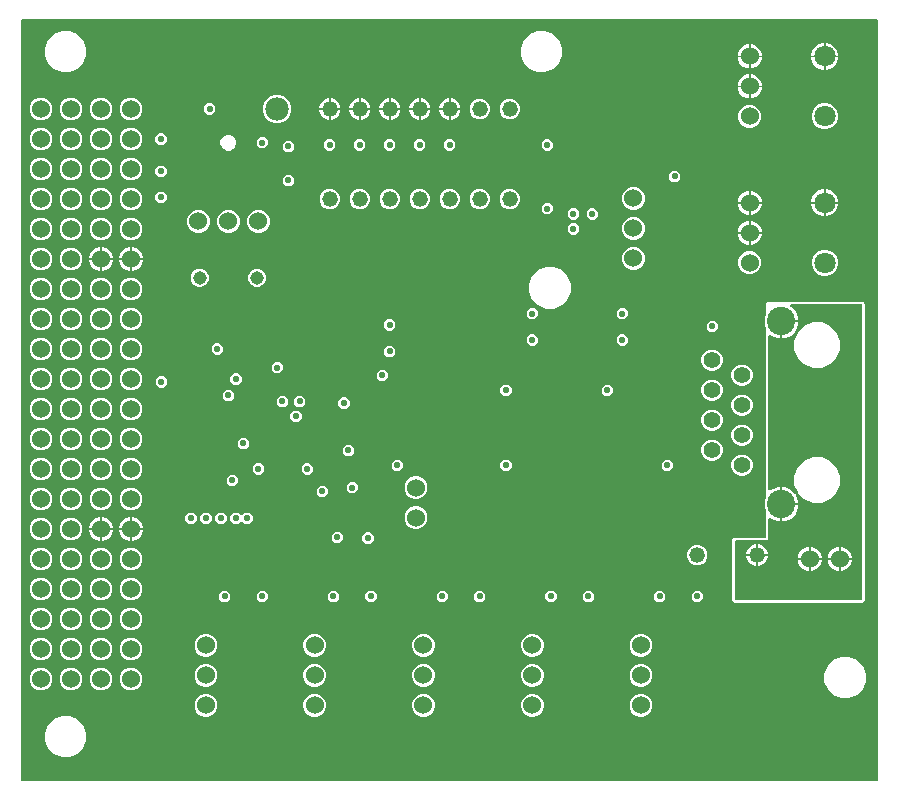
<source format=gbr>
G04 EAGLE Gerber RS-274X export*
G75*
%MOMM*%
%FSLAX34Y34*%
%LPD*%
%INCopper Layer 2*%
%IPPOS*%
%AMOC8*
5,1,8,0,0,1.08239X$1,22.5*%
G01*
G04 Define Apertures*
%ADD10C,1.320800*%
%ADD11C,1.524000*%
%ADD12C,1.981200*%
%ADD13C,2.400000*%
%ADD14C,1.408000*%
%ADD15C,1.138000*%
%ADD16C,1.800000*%
%ADD17C,0.554000*%
G36*
X726995Y2600D02*
X726698Y2540D01*
X3302Y2540D01*
X3027Y2591D01*
X2772Y2755D01*
X2600Y3005D01*
X2540Y3302D01*
X2540Y646698D01*
X2591Y646973D01*
X2755Y647228D01*
X3005Y647400D01*
X3302Y647460D01*
X726698Y647460D01*
X726973Y647409D01*
X727228Y647245D01*
X727400Y646995D01*
X727460Y646698D01*
X727460Y3302D01*
X727409Y3027D01*
X727245Y2772D01*
X726995Y2600D01*
G37*
%LPC*%
G36*
X439211Y602460D02*
X446189Y602460D01*
X452636Y605130D01*
X457570Y610064D01*
X460240Y616511D01*
X460240Y623489D01*
X457570Y629936D01*
X452636Y634870D01*
X446189Y637540D01*
X439211Y637540D01*
X432764Y634870D01*
X427830Y629936D01*
X425160Y623489D01*
X425160Y616511D01*
X427830Y610064D01*
X432764Y605130D01*
X439211Y602460D01*
G37*
G36*
X36511Y602460D02*
X43489Y602460D01*
X49936Y605130D01*
X54870Y610064D01*
X57540Y616511D01*
X57540Y623489D01*
X54870Y629936D01*
X49936Y634870D01*
X43489Y637540D01*
X36511Y637540D01*
X30064Y634870D01*
X25130Y629936D01*
X22460Y623489D01*
X22460Y616511D01*
X25130Y610064D01*
X30064Y605130D01*
X36511Y602460D01*
G37*
G36*
X671085Y616712D02*
X681863Y616712D01*
X681863Y627490D01*
X680330Y627490D01*
X676088Y625733D01*
X672842Y622487D01*
X671085Y618245D01*
X671085Y616712D01*
G37*
G36*
X683387Y616712D02*
X694165Y616712D01*
X694165Y618245D01*
X692408Y622487D01*
X689162Y625733D01*
X684920Y627490D01*
X683387Y627490D01*
X683387Y616712D01*
G37*
G36*
X608965Y616712D02*
X618363Y616712D01*
X618363Y626110D01*
X617104Y626110D01*
X613370Y624563D01*
X610512Y621705D01*
X608965Y617971D01*
X608965Y616712D01*
G37*
G36*
X619887Y616712D02*
X629285Y616712D01*
X629285Y617971D01*
X627738Y621705D01*
X624880Y624563D01*
X621146Y626110D01*
X619887Y626110D01*
X619887Y616712D01*
G37*
G36*
X683387Y604410D02*
X684920Y604410D01*
X689162Y606167D01*
X692408Y609413D01*
X694165Y613655D01*
X694165Y615188D01*
X683387Y615188D01*
X683387Y604410D01*
G37*
G36*
X680330Y604410D02*
X681863Y604410D01*
X681863Y615188D01*
X671085Y615188D01*
X671085Y613655D01*
X672842Y609413D01*
X676088Y606167D01*
X680330Y604410D01*
G37*
G36*
X619887Y605790D02*
X621146Y605790D01*
X624880Y607337D01*
X627738Y610195D01*
X629285Y613929D01*
X629285Y615188D01*
X619887Y615188D01*
X619887Y605790D01*
G37*
G36*
X617104Y605790D02*
X618363Y605790D01*
X618363Y615188D01*
X608965Y615188D01*
X608965Y613929D01*
X610512Y610195D01*
X613370Y607337D01*
X617104Y605790D01*
G37*
G36*
X608965Y591312D02*
X618363Y591312D01*
X618363Y600710D01*
X617104Y600710D01*
X613370Y599163D01*
X610512Y596305D01*
X608965Y592571D01*
X608965Y591312D01*
G37*
G36*
X619887Y591312D02*
X629285Y591312D01*
X629285Y592571D01*
X627738Y596305D01*
X624880Y599163D01*
X621146Y600710D01*
X619887Y600710D01*
X619887Y591312D01*
G37*
G36*
X619887Y580390D02*
X621146Y580390D01*
X624880Y581937D01*
X627738Y584795D01*
X629285Y588529D01*
X629285Y589788D01*
X619887Y589788D01*
X619887Y580390D01*
G37*
G36*
X617104Y580390D02*
X618363Y580390D01*
X618363Y589788D01*
X608965Y589788D01*
X608965Y588529D01*
X610512Y584795D01*
X613370Y581937D01*
X617104Y580390D01*
G37*
G36*
X216707Y559594D02*
X221443Y559594D01*
X225819Y561407D01*
X229168Y564756D01*
X230981Y569132D01*
X230981Y573868D01*
X229168Y578244D01*
X225819Y581593D01*
X221443Y583406D01*
X216707Y583406D01*
X212331Y581593D01*
X208982Y578244D01*
X207169Y573868D01*
X207169Y569132D01*
X208982Y564756D01*
X212331Y561407D01*
X216707Y559594D01*
G37*
G36*
X93336Y561880D02*
X97164Y561880D01*
X100699Y563345D01*
X103405Y566051D01*
X104870Y569586D01*
X104870Y573414D01*
X103405Y576949D01*
X100699Y579655D01*
X97164Y581120D01*
X93336Y581120D01*
X89801Y579655D01*
X87095Y576949D01*
X85630Y573414D01*
X85630Y569586D01*
X87095Y566051D01*
X89801Y563345D01*
X93336Y561880D01*
G37*
G36*
X67936Y561880D02*
X71764Y561880D01*
X75299Y563345D01*
X78005Y566051D01*
X79470Y569586D01*
X79470Y573414D01*
X78005Y576949D01*
X75299Y579655D01*
X71764Y581120D01*
X67936Y581120D01*
X64401Y579655D01*
X61695Y576949D01*
X60230Y573414D01*
X60230Y569586D01*
X61695Y566051D01*
X64401Y563345D01*
X67936Y561880D01*
G37*
G36*
X42536Y561880D02*
X46364Y561880D01*
X49899Y563345D01*
X52605Y566051D01*
X54070Y569586D01*
X54070Y573414D01*
X52605Y576949D01*
X49899Y579655D01*
X46364Y581120D01*
X42536Y581120D01*
X39001Y579655D01*
X36295Y576949D01*
X34830Y573414D01*
X34830Y569586D01*
X36295Y566051D01*
X39001Y563345D01*
X42536Y561880D01*
G37*
G36*
X17136Y561880D02*
X20964Y561880D01*
X24499Y563345D01*
X27205Y566051D01*
X28670Y569586D01*
X28670Y573414D01*
X27205Y576949D01*
X24499Y579655D01*
X20964Y581120D01*
X17136Y581120D01*
X13601Y579655D01*
X10895Y576949D01*
X9430Y573414D01*
X9430Y569586D01*
X10895Y566051D01*
X13601Y563345D01*
X17136Y561880D01*
G37*
G36*
X355981Y572262D02*
X364363Y572262D01*
X364363Y580644D01*
X363306Y580644D01*
X359945Y579252D01*
X357373Y576680D01*
X355981Y573319D01*
X355981Y572262D01*
G37*
G36*
X330581Y572262D02*
X338963Y572262D01*
X338963Y580644D01*
X337906Y580644D01*
X334545Y579252D01*
X331973Y576680D01*
X330581Y573319D01*
X330581Y572262D01*
G37*
G36*
X305181Y572262D02*
X313563Y572262D01*
X313563Y580644D01*
X312506Y580644D01*
X309145Y579252D01*
X306573Y576680D01*
X305181Y573319D01*
X305181Y572262D01*
G37*
G36*
X279781Y572262D02*
X288163Y572262D01*
X288163Y580644D01*
X287106Y580644D01*
X283745Y579252D01*
X281173Y576680D01*
X279781Y573319D01*
X279781Y572262D01*
G37*
G36*
X254381Y572262D02*
X262763Y572262D01*
X262763Y580644D01*
X261706Y580644D01*
X258345Y579252D01*
X255773Y576680D01*
X254381Y573319D01*
X254381Y572262D01*
G37*
G36*
X264287Y572262D02*
X272669Y572262D01*
X272669Y573319D01*
X271277Y576680D01*
X268705Y579252D01*
X265344Y580644D01*
X264287Y580644D01*
X264287Y572262D01*
G37*
G36*
X289687Y572262D02*
X298069Y572262D01*
X298069Y573319D01*
X296677Y576680D01*
X294105Y579252D01*
X290744Y580644D01*
X289687Y580644D01*
X289687Y572262D01*
G37*
G36*
X315087Y572262D02*
X323469Y572262D01*
X323469Y573319D01*
X322077Y576680D01*
X319505Y579252D01*
X316144Y580644D01*
X315087Y580644D01*
X315087Y572262D01*
G37*
G36*
X340487Y572262D02*
X348869Y572262D01*
X348869Y573319D01*
X347477Y576680D01*
X344905Y579252D01*
X341544Y580644D01*
X340487Y580644D01*
X340487Y572262D01*
G37*
G36*
X365887Y572262D02*
X374269Y572262D01*
X374269Y573319D01*
X372877Y576680D01*
X370305Y579252D01*
X366944Y580644D01*
X365887Y580644D01*
X365887Y572262D01*
G37*
G36*
X414214Y562896D02*
X417636Y562896D01*
X420799Y564206D01*
X423219Y566626D01*
X424529Y569789D01*
X424529Y573211D01*
X423219Y576374D01*
X420799Y578794D01*
X417636Y580104D01*
X414214Y580104D01*
X411051Y578794D01*
X408631Y576374D01*
X407321Y573211D01*
X407321Y569789D01*
X408631Y566626D01*
X411051Y564206D01*
X414214Y562896D01*
G37*
G36*
X388814Y562896D02*
X392236Y562896D01*
X395399Y564206D01*
X397819Y566626D01*
X399129Y569789D01*
X399129Y573211D01*
X397819Y576374D01*
X395399Y578794D01*
X392236Y580104D01*
X388814Y580104D01*
X385651Y578794D01*
X383231Y576374D01*
X381921Y573211D01*
X381921Y569789D01*
X383231Y566626D01*
X385651Y564206D01*
X388814Y562896D01*
G37*
G36*
X159949Y566730D02*
X163901Y566730D01*
X166695Y569524D01*
X166695Y573476D01*
X163901Y576270D01*
X159949Y576270D01*
X157155Y573476D01*
X157155Y569524D01*
X159949Y566730D01*
G37*
G36*
X680437Y554150D02*
X684813Y554150D01*
X688856Y555825D01*
X691950Y558919D01*
X693625Y562962D01*
X693625Y567338D01*
X691950Y571381D01*
X688856Y574475D01*
X684813Y576150D01*
X680437Y576150D01*
X676394Y574475D01*
X673300Y571381D01*
X671625Y567338D01*
X671625Y562962D01*
X673300Y558919D01*
X676394Y555825D01*
X680437Y554150D01*
G37*
G36*
X617211Y555530D02*
X621039Y555530D01*
X624574Y556995D01*
X627280Y559701D01*
X628745Y563236D01*
X628745Y567064D01*
X627280Y570599D01*
X624574Y573305D01*
X621039Y574770D01*
X617211Y574770D01*
X613676Y573305D01*
X610970Y570599D01*
X609505Y567064D01*
X609505Y563236D01*
X610970Y559701D01*
X613676Y556995D01*
X617211Y555530D01*
G37*
G36*
X365887Y562356D02*
X366944Y562356D01*
X370305Y563748D01*
X372877Y566320D01*
X374269Y569681D01*
X374269Y570738D01*
X365887Y570738D01*
X365887Y562356D01*
G37*
G36*
X363306Y562356D02*
X364363Y562356D01*
X364363Y570738D01*
X355981Y570738D01*
X355981Y569681D01*
X357373Y566320D01*
X359945Y563748D01*
X363306Y562356D01*
G37*
G36*
X340487Y562356D02*
X341544Y562356D01*
X344905Y563748D01*
X347477Y566320D01*
X348869Y569681D01*
X348869Y570738D01*
X340487Y570738D01*
X340487Y562356D01*
G37*
G36*
X337906Y562356D02*
X338963Y562356D01*
X338963Y570738D01*
X330581Y570738D01*
X330581Y569681D01*
X331973Y566320D01*
X334545Y563748D01*
X337906Y562356D01*
G37*
G36*
X315087Y562356D02*
X316144Y562356D01*
X319505Y563748D01*
X322077Y566320D01*
X323469Y569681D01*
X323469Y570738D01*
X315087Y570738D01*
X315087Y562356D01*
G37*
G36*
X312506Y562356D02*
X313563Y562356D01*
X313563Y570738D01*
X305181Y570738D01*
X305181Y569681D01*
X306573Y566320D01*
X309145Y563748D01*
X312506Y562356D01*
G37*
G36*
X289687Y562356D02*
X290744Y562356D01*
X294105Y563748D01*
X296677Y566320D01*
X298069Y569681D01*
X298069Y570738D01*
X289687Y570738D01*
X289687Y562356D01*
G37*
G36*
X287106Y562356D02*
X288163Y562356D01*
X288163Y570738D01*
X279781Y570738D01*
X279781Y569681D01*
X281173Y566320D01*
X283745Y563748D01*
X287106Y562356D01*
G37*
G36*
X264287Y562356D02*
X265344Y562356D01*
X268705Y563748D01*
X271277Y566320D01*
X272669Y569681D01*
X272669Y570738D01*
X264287Y570738D01*
X264287Y562356D01*
G37*
G36*
X261706Y562356D02*
X262763Y562356D01*
X262763Y570738D01*
X254381Y570738D01*
X254381Y569681D01*
X255773Y566320D01*
X258345Y563748D01*
X261706Y562356D01*
G37*
G36*
X67936Y536480D02*
X71764Y536480D01*
X75299Y537945D01*
X78005Y540651D01*
X79470Y544186D01*
X79470Y548014D01*
X78005Y551549D01*
X75299Y554255D01*
X71764Y555720D01*
X67936Y555720D01*
X64401Y554255D01*
X61695Y551549D01*
X60230Y548014D01*
X60230Y544186D01*
X61695Y540651D01*
X64401Y537945D01*
X67936Y536480D01*
G37*
G36*
X93336Y536480D02*
X97164Y536480D01*
X100699Y537945D01*
X103405Y540651D01*
X104870Y544186D01*
X104870Y548014D01*
X103405Y551549D01*
X100699Y554255D01*
X97164Y555720D01*
X93336Y555720D01*
X89801Y554255D01*
X87095Y551549D01*
X85630Y548014D01*
X85630Y544186D01*
X87095Y540651D01*
X89801Y537945D01*
X93336Y536480D01*
G37*
G36*
X42536Y536480D02*
X46364Y536480D01*
X49899Y537945D01*
X52605Y540651D01*
X54070Y544186D01*
X54070Y548014D01*
X52605Y551549D01*
X49899Y554255D01*
X46364Y555720D01*
X42536Y555720D01*
X39001Y554255D01*
X36295Y551549D01*
X34830Y548014D01*
X34830Y544186D01*
X36295Y540651D01*
X39001Y537945D01*
X42536Y536480D01*
G37*
G36*
X17136Y536480D02*
X20964Y536480D01*
X24499Y537945D01*
X27205Y540651D01*
X28670Y544186D01*
X28670Y548014D01*
X27205Y551549D01*
X24499Y554255D01*
X20964Y555720D01*
X17136Y555720D01*
X13601Y554255D01*
X10895Y551549D01*
X9430Y548014D01*
X9430Y544186D01*
X10895Y540651D01*
X13601Y537945D01*
X17136Y536480D01*
G37*
G36*
X118674Y541330D02*
X122626Y541330D01*
X125420Y544124D01*
X125420Y548076D01*
X122626Y550870D01*
X118674Y550870D01*
X115880Y548076D01*
X115880Y544124D01*
X118674Y541330D01*
G37*
G36*
X176449Y536135D02*
X179151Y536135D01*
X181646Y537169D01*
X183556Y539079D01*
X184590Y541574D01*
X184590Y544276D01*
X183556Y546771D01*
X181646Y548681D01*
X179151Y549715D01*
X176449Y549715D01*
X173954Y548681D01*
X172044Y546771D01*
X171010Y544276D01*
X171010Y541574D01*
X172044Y539079D01*
X173954Y537169D01*
X176449Y536135D01*
G37*
G36*
X204399Y538155D02*
X208351Y538155D01*
X211145Y540949D01*
X211145Y544901D01*
X208351Y547695D01*
X204399Y547695D01*
X201605Y544901D01*
X201605Y540949D01*
X204399Y538155D01*
G37*
G36*
X445699Y536250D02*
X449651Y536250D01*
X452445Y539044D01*
X452445Y542996D01*
X449651Y545790D01*
X445699Y545790D01*
X442905Y542996D01*
X442905Y539044D01*
X445699Y536250D01*
G37*
G36*
X363149Y536250D02*
X367101Y536250D01*
X369895Y539044D01*
X369895Y542996D01*
X367101Y545790D01*
X363149Y545790D01*
X360355Y542996D01*
X360355Y539044D01*
X363149Y536250D01*
G37*
G36*
X337749Y536250D02*
X341701Y536250D01*
X344495Y539044D01*
X344495Y542996D01*
X341701Y545790D01*
X337749Y545790D01*
X334955Y542996D01*
X334955Y539044D01*
X337749Y536250D01*
G37*
G36*
X312349Y536250D02*
X316301Y536250D01*
X319095Y539044D01*
X319095Y542996D01*
X316301Y545790D01*
X312349Y545790D01*
X309555Y542996D01*
X309555Y539044D01*
X312349Y536250D01*
G37*
G36*
X261549Y536250D02*
X265501Y536250D01*
X268295Y539044D01*
X268295Y542996D01*
X265501Y545790D01*
X261549Y545790D01*
X258755Y542996D01*
X258755Y539044D01*
X261549Y536250D01*
G37*
G36*
X286949Y536250D02*
X290901Y536250D01*
X293695Y539044D01*
X293695Y542996D01*
X290901Y545790D01*
X286949Y545790D01*
X284155Y542996D01*
X284155Y539044D01*
X286949Y536250D01*
G37*
G36*
X226624Y534980D02*
X230576Y534980D01*
X233370Y537774D01*
X233370Y541726D01*
X230576Y544520D01*
X226624Y544520D01*
X223830Y541726D01*
X223830Y537774D01*
X226624Y534980D01*
G37*
G36*
X93336Y511080D02*
X97164Y511080D01*
X100699Y512545D01*
X103405Y515251D01*
X104870Y518786D01*
X104870Y522614D01*
X103405Y526149D01*
X100699Y528855D01*
X97164Y530320D01*
X93336Y530320D01*
X89801Y528855D01*
X87095Y526149D01*
X85630Y522614D01*
X85630Y518786D01*
X87095Y515251D01*
X89801Y512545D01*
X93336Y511080D01*
G37*
G36*
X67936Y511080D02*
X71764Y511080D01*
X75299Y512545D01*
X78005Y515251D01*
X79470Y518786D01*
X79470Y522614D01*
X78005Y526149D01*
X75299Y528855D01*
X71764Y530320D01*
X67936Y530320D01*
X64401Y528855D01*
X61695Y526149D01*
X60230Y522614D01*
X60230Y518786D01*
X61695Y515251D01*
X64401Y512545D01*
X67936Y511080D01*
G37*
G36*
X42536Y511080D02*
X46364Y511080D01*
X49899Y512545D01*
X52605Y515251D01*
X54070Y518786D01*
X54070Y522614D01*
X52605Y526149D01*
X49899Y528855D01*
X46364Y530320D01*
X42536Y530320D01*
X39001Y528855D01*
X36295Y526149D01*
X34830Y522614D01*
X34830Y518786D01*
X36295Y515251D01*
X39001Y512545D01*
X42536Y511080D01*
G37*
G36*
X17136Y511080D02*
X20964Y511080D01*
X24499Y512545D01*
X27205Y515251D01*
X28670Y518786D01*
X28670Y522614D01*
X27205Y526149D01*
X24499Y528855D01*
X20964Y530320D01*
X17136Y530320D01*
X13601Y528855D01*
X10895Y526149D01*
X9430Y522614D01*
X9430Y518786D01*
X10895Y515251D01*
X13601Y512545D01*
X17136Y511080D01*
G37*
G36*
X118674Y514025D02*
X122626Y514025D01*
X125420Y516819D01*
X125420Y520771D01*
X122626Y523565D01*
X118674Y523565D01*
X115880Y520771D01*
X115880Y516819D01*
X118674Y514025D01*
G37*
G36*
X553649Y509580D02*
X557601Y509580D01*
X560395Y512374D01*
X560395Y516326D01*
X557601Y519120D01*
X553649Y519120D01*
X550855Y516326D01*
X550855Y512374D01*
X553649Y509580D01*
G37*
G36*
X226624Y506405D02*
X230576Y506405D01*
X233370Y509199D01*
X233370Y513151D01*
X230576Y515945D01*
X226624Y515945D01*
X223830Y513151D01*
X223830Y509199D01*
X226624Y506405D01*
G37*
G36*
X518786Y486276D02*
X522614Y486276D01*
X526149Y487740D01*
X528855Y490446D01*
X530320Y493982D01*
X530320Y497809D01*
X528855Y501345D01*
X526149Y504051D01*
X522614Y505516D01*
X518786Y505516D01*
X515251Y504051D01*
X512545Y501345D01*
X511080Y497809D01*
X511080Y493982D01*
X512545Y490446D01*
X515251Y487740D01*
X518786Y486276D01*
G37*
G36*
X93336Y485680D02*
X97164Y485680D01*
X100699Y487145D01*
X103405Y489851D01*
X104870Y493386D01*
X104870Y497214D01*
X103405Y500749D01*
X100699Y503455D01*
X97164Y504920D01*
X93336Y504920D01*
X89801Y503455D01*
X87095Y500749D01*
X85630Y497214D01*
X85630Y493386D01*
X87095Y489851D01*
X89801Y487145D01*
X93336Y485680D01*
G37*
G36*
X67936Y485680D02*
X71764Y485680D01*
X75299Y487145D01*
X78005Y489851D01*
X79470Y493386D01*
X79470Y497214D01*
X78005Y500749D01*
X75299Y503455D01*
X71764Y504920D01*
X67936Y504920D01*
X64401Y503455D01*
X61695Y500749D01*
X60230Y497214D01*
X60230Y493386D01*
X61695Y489851D01*
X64401Y487145D01*
X67936Y485680D01*
G37*
G36*
X42536Y485680D02*
X46364Y485680D01*
X49899Y487145D01*
X52605Y489851D01*
X54070Y493386D01*
X54070Y497214D01*
X52605Y500749D01*
X49899Y503455D01*
X46364Y504920D01*
X42536Y504920D01*
X39001Y503455D01*
X36295Y500749D01*
X34830Y497214D01*
X34830Y493386D01*
X36295Y489851D01*
X39001Y487145D01*
X42536Y485680D01*
G37*
G36*
X17136Y485680D02*
X20964Y485680D01*
X24499Y487145D01*
X27205Y489851D01*
X28670Y493386D01*
X28670Y497214D01*
X27205Y500749D01*
X24499Y503455D01*
X20964Y504920D01*
X17136Y504920D01*
X13601Y503455D01*
X10895Y500749D01*
X9430Y497214D01*
X9430Y493386D01*
X10895Y489851D01*
X13601Y487145D01*
X17136Y485680D01*
G37*
G36*
X414214Y486696D02*
X417636Y486696D01*
X420799Y488006D01*
X423219Y490426D01*
X424529Y493589D01*
X424529Y497011D01*
X423219Y500174D01*
X420799Y502594D01*
X417636Y503904D01*
X414214Y503904D01*
X411051Y502594D01*
X408631Y500174D01*
X407321Y497011D01*
X407321Y493589D01*
X408631Y490426D01*
X411051Y488006D01*
X414214Y486696D01*
G37*
G36*
X388814Y486696D02*
X392236Y486696D01*
X395399Y488006D01*
X397819Y490426D01*
X399129Y493589D01*
X399129Y497011D01*
X397819Y500174D01*
X395399Y502594D01*
X392236Y503904D01*
X388814Y503904D01*
X385651Y502594D01*
X383231Y500174D01*
X381921Y497011D01*
X381921Y493589D01*
X383231Y490426D01*
X385651Y488006D01*
X388814Y486696D01*
G37*
G36*
X363414Y486696D02*
X366836Y486696D01*
X369999Y488006D01*
X372419Y490426D01*
X373729Y493589D01*
X373729Y497011D01*
X372419Y500174D01*
X369999Y502594D01*
X366836Y503904D01*
X363414Y503904D01*
X360251Y502594D01*
X357831Y500174D01*
X356521Y497011D01*
X356521Y493589D01*
X357831Y490426D01*
X360251Y488006D01*
X363414Y486696D01*
G37*
G36*
X338014Y486696D02*
X341436Y486696D01*
X344599Y488006D01*
X347019Y490426D01*
X348329Y493589D01*
X348329Y497011D01*
X347019Y500174D01*
X344599Y502594D01*
X341436Y503904D01*
X338014Y503904D01*
X334851Y502594D01*
X332431Y500174D01*
X331121Y497011D01*
X331121Y493589D01*
X332431Y490426D01*
X334851Y488006D01*
X338014Y486696D01*
G37*
G36*
X312614Y486696D02*
X316036Y486696D01*
X319199Y488006D01*
X321619Y490426D01*
X322929Y493589D01*
X322929Y497011D01*
X321619Y500174D01*
X319199Y502594D01*
X316036Y503904D01*
X312614Y503904D01*
X309451Y502594D01*
X307031Y500174D01*
X305721Y497011D01*
X305721Y493589D01*
X307031Y490426D01*
X309451Y488006D01*
X312614Y486696D01*
G37*
G36*
X287214Y486696D02*
X290636Y486696D01*
X293799Y488006D01*
X296219Y490426D01*
X297529Y493589D01*
X297529Y497011D01*
X296219Y500174D01*
X293799Y502594D01*
X290636Y503904D01*
X287214Y503904D01*
X284051Y502594D01*
X281631Y500174D01*
X280321Y497011D01*
X280321Y493589D01*
X281631Y490426D01*
X284051Y488006D01*
X287214Y486696D01*
G37*
G36*
X261814Y486696D02*
X265236Y486696D01*
X268399Y488006D01*
X270819Y490426D01*
X272129Y493589D01*
X272129Y497011D01*
X270819Y500174D01*
X268399Y502594D01*
X265236Y503904D01*
X261814Y503904D01*
X258651Y502594D01*
X256231Y500174D01*
X254921Y497011D01*
X254921Y493589D01*
X256231Y490426D01*
X258651Y488006D01*
X261814Y486696D01*
G37*
G36*
X671085Y492887D02*
X681863Y492887D01*
X681863Y503665D01*
X680330Y503665D01*
X676088Y501908D01*
X672842Y498662D01*
X671085Y494420D01*
X671085Y492887D01*
G37*
G36*
X683387Y492887D02*
X694165Y492887D01*
X694165Y494420D01*
X692408Y498662D01*
X689162Y501908D01*
X684920Y503665D01*
X683387Y503665D01*
X683387Y492887D01*
G37*
G36*
X608965Y492887D02*
X618363Y492887D01*
X618363Y502285D01*
X617104Y502285D01*
X613370Y500738D01*
X610512Y497880D01*
X608965Y494146D01*
X608965Y492887D01*
G37*
G36*
X619887Y492887D02*
X629285Y492887D01*
X629285Y494146D01*
X627738Y497880D01*
X624880Y500738D01*
X621146Y502285D01*
X619887Y502285D01*
X619887Y492887D01*
G37*
G36*
X118674Y491800D02*
X122626Y491800D01*
X125420Y494594D01*
X125420Y498546D01*
X122626Y501340D01*
X118674Y501340D01*
X115880Y498546D01*
X115880Y494594D01*
X118674Y491800D01*
G37*
G36*
X445699Y482275D02*
X449651Y482275D01*
X452445Y485069D01*
X452445Y489021D01*
X449651Y491815D01*
X445699Y491815D01*
X442905Y489021D01*
X442905Y485069D01*
X445699Y482275D01*
G37*
G36*
X683387Y480585D02*
X684920Y480585D01*
X689162Y482342D01*
X692408Y485588D01*
X694165Y489830D01*
X694165Y491363D01*
X683387Y491363D01*
X683387Y480585D01*
G37*
G36*
X680330Y480585D02*
X681863Y480585D01*
X681863Y491363D01*
X671085Y491363D01*
X671085Y489830D01*
X672842Y485588D01*
X676088Y482342D01*
X680330Y480585D01*
G37*
G36*
X619887Y481965D02*
X621146Y481965D01*
X624880Y483512D01*
X627738Y486370D01*
X629285Y490104D01*
X629285Y491363D01*
X619887Y491363D01*
X619887Y481965D01*
G37*
G36*
X617104Y481965D02*
X618363Y481965D01*
X618363Y491363D01*
X608965Y491363D01*
X608965Y490104D01*
X610512Y486370D01*
X613370Y483512D01*
X617104Y481965D01*
G37*
G36*
X483799Y477830D02*
X487751Y477830D01*
X490545Y480624D01*
X490545Y484576D01*
X487751Y487370D01*
X483799Y487370D01*
X481005Y484576D01*
X481005Y480624D01*
X483799Y477830D01*
G37*
G36*
X467924Y477830D02*
X471876Y477830D01*
X474670Y480624D01*
X474670Y484576D01*
X471876Y487370D01*
X467924Y487370D01*
X465130Y484576D01*
X465130Y480624D01*
X467924Y477830D01*
G37*
G36*
X175886Y466630D02*
X179714Y466630D01*
X183249Y468095D01*
X185955Y470801D01*
X187420Y474336D01*
X187420Y478164D01*
X185955Y481699D01*
X183249Y484405D01*
X179714Y485870D01*
X175886Y485870D01*
X172351Y484405D01*
X169645Y481699D01*
X168180Y478164D01*
X168180Y474336D01*
X169645Y470801D01*
X172351Y468095D01*
X175886Y466630D01*
G37*
G36*
X150486Y466630D02*
X154314Y466630D01*
X157849Y468095D01*
X160555Y470801D01*
X162020Y474336D01*
X162020Y478164D01*
X160555Y481699D01*
X157849Y484405D01*
X154314Y485870D01*
X150486Y485870D01*
X146951Y484405D01*
X144245Y481699D01*
X142780Y478164D01*
X142780Y474336D01*
X144245Y470801D01*
X146951Y468095D01*
X150486Y466630D01*
G37*
G36*
X201286Y466630D02*
X205114Y466630D01*
X208649Y468095D01*
X211355Y470801D01*
X212820Y474336D01*
X212820Y478164D01*
X211355Y481699D01*
X208649Y484405D01*
X205114Y485870D01*
X201286Y485870D01*
X197751Y484405D01*
X195045Y481699D01*
X193580Y478164D01*
X193580Y474336D01*
X195045Y470801D01*
X197751Y468095D01*
X201286Y466630D01*
G37*
G36*
X518786Y460876D02*
X522614Y460876D01*
X526149Y462340D01*
X528855Y465046D01*
X530320Y468582D01*
X530320Y472409D01*
X528855Y475945D01*
X526149Y478651D01*
X522614Y480116D01*
X518786Y480116D01*
X515251Y478651D01*
X512545Y475945D01*
X511080Y472409D01*
X511080Y468582D01*
X512545Y465046D01*
X515251Y462340D01*
X518786Y460876D01*
G37*
G36*
X17136Y460280D02*
X20964Y460280D01*
X24499Y461745D01*
X27205Y464451D01*
X28670Y467986D01*
X28670Y471814D01*
X27205Y475349D01*
X24499Y478055D01*
X20964Y479520D01*
X17136Y479520D01*
X13601Y478055D01*
X10895Y475349D01*
X9430Y471814D01*
X9430Y467986D01*
X10895Y464451D01*
X13601Y461745D01*
X17136Y460280D01*
G37*
G36*
X42536Y460280D02*
X46364Y460280D01*
X49899Y461745D01*
X52605Y464451D01*
X54070Y467986D01*
X54070Y471814D01*
X52605Y475349D01*
X49899Y478055D01*
X46364Y479520D01*
X42536Y479520D01*
X39001Y478055D01*
X36295Y475349D01*
X34830Y471814D01*
X34830Y467986D01*
X36295Y464451D01*
X39001Y461745D01*
X42536Y460280D01*
G37*
G36*
X67936Y460280D02*
X71764Y460280D01*
X75299Y461745D01*
X78005Y464451D01*
X79470Y467986D01*
X79470Y471814D01*
X78005Y475349D01*
X75299Y478055D01*
X71764Y479520D01*
X67936Y479520D01*
X64401Y478055D01*
X61695Y475349D01*
X60230Y471814D01*
X60230Y467986D01*
X61695Y464451D01*
X64401Y461745D01*
X67936Y460280D01*
G37*
G36*
X93336Y460280D02*
X97164Y460280D01*
X100699Y461745D01*
X103405Y464451D01*
X104870Y467986D01*
X104870Y471814D01*
X103405Y475349D01*
X100699Y478055D01*
X97164Y479520D01*
X93336Y479520D01*
X89801Y478055D01*
X87095Y475349D01*
X85630Y471814D01*
X85630Y467986D01*
X87095Y464451D01*
X89801Y461745D01*
X93336Y460280D01*
G37*
G36*
X608965Y467487D02*
X618363Y467487D01*
X618363Y476885D01*
X617104Y476885D01*
X613370Y475338D01*
X610512Y472480D01*
X608965Y468746D01*
X608965Y467487D01*
G37*
G36*
X619887Y467487D02*
X629285Y467487D01*
X629285Y468746D01*
X627738Y472480D01*
X624880Y475338D01*
X621146Y476885D01*
X619887Y476885D01*
X619887Y467487D01*
G37*
G36*
X467924Y465130D02*
X471876Y465130D01*
X474670Y467924D01*
X474670Y471876D01*
X471876Y474670D01*
X467924Y474670D01*
X465130Y471876D01*
X465130Y467924D01*
X467924Y465130D01*
G37*
G36*
X619887Y456565D02*
X621146Y456565D01*
X624880Y458112D01*
X627738Y460970D01*
X629285Y464704D01*
X629285Y465963D01*
X619887Y465963D01*
X619887Y456565D01*
G37*
G36*
X617104Y456565D02*
X618363Y456565D01*
X618363Y465963D01*
X608965Y465963D01*
X608965Y464704D01*
X610512Y460970D01*
X613370Y458112D01*
X617104Y456565D01*
G37*
G36*
X518786Y435476D02*
X522614Y435476D01*
X526149Y436940D01*
X528855Y439646D01*
X530320Y443182D01*
X530320Y447009D01*
X528855Y450545D01*
X526149Y453251D01*
X522614Y454716D01*
X518786Y454716D01*
X515251Y453251D01*
X512545Y450545D01*
X511080Y447009D01*
X511080Y443182D01*
X512545Y439646D01*
X515251Y436940D01*
X518786Y435476D01*
G37*
G36*
X59690Y445262D02*
X69088Y445262D01*
X69088Y454660D01*
X67829Y454660D01*
X64095Y453113D01*
X61237Y450255D01*
X59690Y446521D01*
X59690Y445262D01*
G37*
G36*
X85090Y445262D02*
X94488Y445262D01*
X94488Y454660D01*
X93229Y454660D01*
X89495Y453113D01*
X86637Y450255D01*
X85090Y446521D01*
X85090Y445262D01*
G37*
G36*
X96012Y445262D02*
X105410Y445262D01*
X105410Y446521D01*
X103863Y450255D01*
X101005Y453113D01*
X97271Y454660D01*
X96012Y454660D01*
X96012Y445262D01*
G37*
G36*
X70612Y445262D02*
X80010Y445262D01*
X80010Y446521D01*
X78463Y450255D01*
X75605Y453113D01*
X71871Y454660D01*
X70612Y454660D01*
X70612Y445262D01*
G37*
G36*
X42536Y434880D02*
X46364Y434880D01*
X49899Y436345D01*
X52605Y439051D01*
X54070Y442586D01*
X54070Y446414D01*
X52605Y449949D01*
X49899Y452655D01*
X46364Y454120D01*
X42536Y454120D01*
X39001Y452655D01*
X36295Y449949D01*
X34830Y446414D01*
X34830Y442586D01*
X36295Y439051D01*
X39001Y436345D01*
X42536Y434880D01*
G37*
G36*
X17136Y434880D02*
X20964Y434880D01*
X24499Y436345D01*
X27205Y439051D01*
X28670Y442586D01*
X28670Y446414D01*
X27205Y449949D01*
X24499Y452655D01*
X20964Y454120D01*
X17136Y454120D01*
X13601Y452655D01*
X10895Y449949D01*
X9430Y446414D01*
X9430Y442586D01*
X10895Y439051D01*
X13601Y436345D01*
X17136Y434880D01*
G37*
G36*
X680437Y430325D02*
X684813Y430325D01*
X688856Y432000D01*
X691950Y435094D01*
X693625Y439137D01*
X693625Y443513D01*
X691950Y447556D01*
X688856Y450650D01*
X684813Y452325D01*
X680437Y452325D01*
X676394Y450650D01*
X673300Y447556D01*
X671625Y443513D01*
X671625Y439137D01*
X673300Y435094D01*
X676394Y432000D01*
X680437Y430325D01*
G37*
G36*
X617211Y431705D02*
X621039Y431705D01*
X624574Y433170D01*
X627280Y435876D01*
X628745Y439411D01*
X628745Y443239D01*
X627280Y446774D01*
X624574Y449480D01*
X621039Y450945D01*
X617211Y450945D01*
X613676Y449480D01*
X610970Y446774D01*
X609505Y443239D01*
X609505Y439411D01*
X610970Y435876D01*
X613676Y433170D01*
X617211Y431705D01*
G37*
G36*
X96012Y434340D02*
X97271Y434340D01*
X101005Y435887D01*
X103863Y438745D01*
X105410Y442479D01*
X105410Y443738D01*
X96012Y443738D01*
X96012Y434340D01*
G37*
G36*
X93229Y434340D02*
X94488Y434340D01*
X94488Y443738D01*
X85090Y443738D01*
X85090Y442479D01*
X86637Y438745D01*
X89495Y435887D01*
X93229Y434340D01*
G37*
G36*
X70612Y434340D02*
X71871Y434340D01*
X75605Y435887D01*
X78463Y438745D01*
X80010Y442479D01*
X80010Y443738D01*
X70612Y443738D01*
X70612Y434340D01*
G37*
G36*
X67829Y434340D02*
X69088Y434340D01*
X69088Y443738D01*
X59690Y443738D01*
X59690Y442479D01*
X61237Y438745D01*
X64095Y435887D01*
X67829Y434340D01*
G37*
G36*
X446511Y402460D02*
X453489Y402460D01*
X459936Y405130D01*
X464870Y410064D01*
X467540Y416511D01*
X467540Y423489D01*
X464870Y429936D01*
X459936Y434870D01*
X453489Y437540D01*
X446511Y437540D01*
X440064Y434870D01*
X435130Y429936D01*
X432460Y423489D01*
X432460Y416511D01*
X435130Y410064D01*
X440064Y405130D01*
X446511Y402460D01*
G37*
G36*
X200670Y420935D02*
X203730Y420935D01*
X206556Y422106D01*
X208719Y424269D01*
X209890Y427095D01*
X209890Y430155D01*
X208719Y432981D01*
X206556Y435144D01*
X203730Y436315D01*
X200670Y436315D01*
X197844Y435144D01*
X195681Y432981D01*
X194510Y430155D01*
X194510Y427095D01*
X195681Y424269D01*
X197844Y422106D01*
X200670Y420935D01*
G37*
G36*
X151870Y420935D02*
X154930Y420935D01*
X157756Y422106D01*
X159919Y424269D01*
X161090Y427095D01*
X161090Y430155D01*
X159919Y432981D01*
X157756Y435144D01*
X154930Y436315D01*
X151870Y436315D01*
X149044Y435144D01*
X146881Y432981D01*
X145710Y430155D01*
X145710Y427095D01*
X146881Y424269D01*
X149044Y422106D01*
X151870Y420935D01*
G37*
G36*
X93336Y409480D02*
X97164Y409480D01*
X100699Y410945D01*
X103405Y413651D01*
X104870Y417186D01*
X104870Y421014D01*
X103405Y424549D01*
X100699Y427255D01*
X97164Y428720D01*
X93336Y428720D01*
X89801Y427255D01*
X87095Y424549D01*
X85630Y421014D01*
X85630Y417186D01*
X87095Y413651D01*
X89801Y410945D01*
X93336Y409480D01*
G37*
G36*
X67936Y409480D02*
X71764Y409480D01*
X75299Y410945D01*
X78005Y413651D01*
X79470Y417186D01*
X79470Y421014D01*
X78005Y424549D01*
X75299Y427255D01*
X71764Y428720D01*
X67936Y428720D01*
X64401Y427255D01*
X61695Y424549D01*
X60230Y421014D01*
X60230Y417186D01*
X61695Y413651D01*
X64401Y410945D01*
X67936Y409480D01*
G37*
G36*
X42536Y409480D02*
X46364Y409480D01*
X49899Y410945D01*
X52605Y413651D01*
X54070Y417186D01*
X54070Y421014D01*
X52605Y424549D01*
X49899Y427255D01*
X46364Y428720D01*
X42536Y428720D01*
X39001Y427255D01*
X36295Y424549D01*
X34830Y421014D01*
X34830Y417186D01*
X36295Y413651D01*
X39001Y410945D01*
X42536Y409480D01*
G37*
G36*
X17136Y409480D02*
X20964Y409480D01*
X24499Y410945D01*
X27205Y413651D01*
X28670Y417186D01*
X28670Y421014D01*
X27205Y424549D01*
X24499Y427255D01*
X20964Y428720D01*
X17136Y428720D01*
X13601Y427255D01*
X10895Y424549D01*
X9430Y421014D01*
X9430Y417186D01*
X10895Y413651D01*
X13601Y410945D01*
X17136Y409480D01*
G37*
G36*
X606465Y153575D02*
X714342Y153575D01*
X714714Y153607D01*
X715042Y153692D01*
X715351Y153833D01*
X715632Y154023D01*
X715877Y154259D01*
X716078Y154532D01*
X716230Y154836D01*
X716327Y155154D01*
X716375Y155615D01*
X716375Y406367D01*
X716343Y406739D01*
X716258Y407067D01*
X716117Y407376D01*
X715927Y407657D01*
X715691Y407902D01*
X715418Y408103D01*
X715114Y408255D01*
X714796Y408352D01*
X714335Y408400D01*
X635033Y408400D01*
X634662Y408368D01*
X634333Y408283D01*
X634024Y408142D01*
X633743Y407952D01*
X633498Y407716D01*
X633297Y407443D01*
X633145Y407139D01*
X633048Y406821D01*
X633000Y406360D01*
X633000Y397669D01*
X632942Y397377D01*
X631775Y394560D01*
X631775Y388990D01*
X632942Y386173D01*
X633000Y385881D01*
X633000Y242769D01*
X632942Y242477D01*
X631775Y239660D01*
X631775Y234090D01*
X632942Y231273D01*
X633000Y230981D01*
X633000Y209137D01*
X632949Y208862D01*
X632785Y208607D01*
X632535Y208435D01*
X632238Y208375D01*
X606458Y208375D01*
X606087Y208343D01*
X605758Y208258D01*
X605449Y208117D01*
X605168Y207927D01*
X604923Y207691D01*
X604722Y207418D01*
X604570Y207114D01*
X604473Y206796D01*
X604425Y206335D01*
X604425Y155608D01*
X604457Y155237D01*
X604542Y154908D01*
X604683Y154599D01*
X604873Y154318D01*
X605109Y154073D01*
X605382Y153872D01*
X605686Y153720D01*
X606004Y153623D01*
X606465Y153575D01*
G37*
G36*
X93336Y384080D02*
X97164Y384080D01*
X100699Y385545D01*
X103405Y388251D01*
X104870Y391786D01*
X104870Y395614D01*
X103405Y399149D01*
X100699Y401855D01*
X97164Y403320D01*
X93336Y403320D01*
X89801Y401855D01*
X87095Y399149D01*
X85630Y395614D01*
X85630Y391786D01*
X87095Y388251D01*
X89801Y385545D01*
X93336Y384080D01*
G37*
G36*
X67936Y384080D02*
X71764Y384080D01*
X75299Y385545D01*
X78005Y388251D01*
X79470Y391786D01*
X79470Y395614D01*
X78005Y399149D01*
X75299Y401855D01*
X71764Y403320D01*
X67936Y403320D01*
X64401Y401855D01*
X61695Y399149D01*
X60230Y395614D01*
X60230Y391786D01*
X61695Y388251D01*
X64401Y385545D01*
X67936Y384080D01*
G37*
G36*
X17136Y384080D02*
X20964Y384080D01*
X24499Y385545D01*
X27205Y388251D01*
X28670Y391786D01*
X28670Y395614D01*
X27205Y399149D01*
X24499Y401855D01*
X20964Y403320D01*
X17136Y403320D01*
X13601Y401855D01*
X10895Y399149D01*
X9430Y395614D01*
X9430Y391786D01*
X10895Y388251D01*
X13601Y385545D01*
X17136Y384080D01*
G37*
G36*
X42536Y384080D02*
X46364Y384080D01*
X49899Y385545D01*
X52605Y388251D01*
X54070Y391786D01*
X54070Y395614D01*
X52605Y399149D01*
X49899Y401855D01*
X46364Y403320D01*
X42536Y403320D01*
X39001Y401855D01*
X36295Y399149D01*
X34830Y395614D01*
X34830Y391786D01*
X36295Y388251D01*
X39001Y385545D01*
X42536Y384080D01*
G37*
G36*
X432999Y393375D02*
X436951Y393375D01*
X439745Y396169D01*
X439745Y400121D01*
X436951Y402915D01*
X432999Y402915D01*
X430205Y400121D01*
X430205Y396169D01*
X432999Y393375D01*
G37*
G36*
X509199Y393375D02*
X513151Y393375D01*
X515945Y396169D01*
X515945Y400121D01*
X513151Y402915D01*
X509199Y402915D01*
X506405Y400121D01*
X506405Y396169D01*
X509199Y393375D01*
G37*
G36*
X312349Y383850D02*
X316301Y383850D01*
X319095Y386644D01*
X319095Y390596D01*
X316301Y393390D01*
X312349Y393390D01*
X309555Y390596D01*
X309555Y386644D01*
X312349Y383850D01*
G37*
G36*
X585399Y382580D02*
X589351Y382580D01*
X592145Y385374D01*
X592145Y389326D01*
X589351Y392120D01*
X585399Y392120D01*
X582605Y389326D01*
X582605Y385374D01*
X585399Y382580D01*
G37*
G36*
X432999Y371150D02*
X436951Y371150D01*
X439745Y373944D01*
X439745Y377896D01*
X436951Y380690D01*
X432999Y380690D01*
X430205Y377896D01*
X430205Y373944D01*
X432999Y371150D01*
G37*
G36*
X509199Y371150D02*
X513151Y371150D01*
X515945Y373944D01*
X515945Y377896D01*
X513151Y380690D01*
X509199Y380690D01*
X506405Y377896D01*
X506405Y373944D01*
X509199Y371150D01*
G37*
G36*
X17136Y358680D02*
X20964Y358680D01*
X24499Y360145D01*
X27205Y362851D01*
X28670Y366386D01*
X28670Y370214D01*
X27205Y373749D01*
X24499Y376455D01*
X20964Y377920D01*
X17136Y377920D01*
X13601Y376455D01*
X10895Y373749D01*
X9430Y370214D01*
X9430Y366386D01*
X10895Y362851D01*
X13601Y360145D01*
X17136Y358680D01*
G37*
G36*
X42536Y358680D02*
X46364Y358680D01*
X49899Y360145D01*
X52605Y362851D01*
X54070Y366386D01*
X54070Y370214D01*
X52605Y373749D01*
X49899Y376455D01*
X46364Y377920D01*
X42536Y377920D01*
X39001Y376455D01*
X36295Y373749D01*
X34830Y370214D01*
X34830Y366386D01*
X36295Y362851D01*
X39001Y360145D01*
X42536Y358680D01*
G37*
G36*
X67936Y358680D02*
X71764Y358680D01*
X75299Y360145D01*
X78005Y362851D01*
X79470Y366386D01*
X79470Y370214D01*
X78005Y373749D01*
X75299Y376455D01*
X71764Y377920D01*
X67936Y377920D01*
X64401Y376455D01*
X61695Y373749D01*
X60230Y370214D01*
X60230Y366386D01*
X61695Y362851D01*
X64401Y360145D01*
X67936Y358680D01*
G37*
G36*
X93336Y358680D02*
X97164Y358680D01*
X100699Y360145D01*
X103405Y362851D01*
X104870Y366386D01*
X104870Y370214D01*
X103405Y373749D01*
X100699Y376455D01*
X97164Y377920D01*
X93336Y377920D01*
X89801Y376455D01*
X87095Y373749D01*
X85630Y370214D01*
X85630Y366386D01*
X87095Y362851D01*
X89801Y360145D01*
X93336Y358680D01*
G37*
G36*
X166299Y363530D02*
X170251Y363530D01*
X173045Y366324D01*
X173045Y370276D01*
X170251Y373070D01*
X166299Y373070D01*
X163505Y370276D01*
X163505Y366324D01*
X166299Y363530D01*
G37*
G36*
X312349Y361625D02*
X316301Y361625D01*
X319095Y364419D01*
X319095Y368371D01*
X316301Y371165D01*
X312349Y371165D01*
X309555Y368371D01*
X309555Y364419D01*
X312349Y361625D01*
G37*
G36*
X585577Y349735D02*
X589173Y349735D01*
X592496Y351111D01*
X595039Y353654D01*
X596415Y356977D01*
X596415Y360573D01*
X595039Y363896D01*
X592496Y366439D01*
X589173Y367815D01*
X585577Y367815D01*
X582254Y366439D01*
X579711Y363896D01*
X578335Y360573D01*
X578335Y356977D01*
X579711Y353654D01*
X582254Y351111D01*
X585577Y349735D01*
G37*
G36*
X217099Y347655D02*
X221051Y347655D01*
X223845Y350449D01*
X223845Y354401D01*
X221051Y357195D01*
X217099Y357195D01*
X214305Y354401D01*
X214305Y350449D01*
X217099Y347655D01*
G37*
G36*
X610977Y337035D02*
X614573Y337035D01*
X617896Y338411D01*
X620439Y340954D01*
X621815Y344277D01*
X621815Y347873D01*
X620439Y351196D01*
X617896Y353739D01*
X614573Y355115D01*
X610977Y355115D01*
X607654Y353739D01*
X605111Y351196D01*
X603735Y347873D01*
X603735Y344277D01*
X605111Y340954D01*
X607654Y338411D01*
X610977Y337035D01*
G37*
G36*
X93336Y333280D02*
X97164Y333280D01*
X100699Y334745D01*
X103405Y337451D01*
X104870Y340986D01*
X104870Y344814D01*
X103405Y348349D01*
X100699Y351055D01*
X97164Y352520D01*
X93336Y352520D01*
X89801Y351055D01*
X87095Y348349D01*
X85630Y344814D01*
X85630Y340986D01*
X87095Y337451D01*
X89801Y334745D01*
X93336Y333280D01*
G37*
G36*
X67936Y333280D02*
X71764Y333280D01*
X75299Y334745D01*
X78005Y337451D01*
X79470Y340986D01*
X79470Y344814D01*
X78005Y348349D01*
X75299Y351055D01*
X71764Y352520D01*
X67936Y352520D01*
X64401Y351055D01*
X61695Y348349D01*
X60230Y344814D01*
X60230Y340986D01*
X61695Y337451D01*
X64401Y334745D01*
X67936Y333280D01*
G37*
G36*
X42536Y333280D02*
X46364Y333280D01*
X49899Y334745D01*
X52605Y337451D01*
X54070Y340986D01*
X54070Y344814D01*
X52605Y348349D01*
X49899Y351055D01*
X46364Y352520D01*
X42536Y352520D01*
X39001Y351055D01*
X36295Y348349D01*
X34830Y344814D01*
X34830Y340986D01*
X36295Y337451D01*
X39001Y334745D01*
X42536Y333280D01*
G37*
G36*
X17136Y333280D02*
X20964Y333280D01*
X24499Y334745D01*
X27205Y337451D01*
X28670Y340986D01*
X28670Y344814D01*
X27205Y348349D01*
X24499Y351055D01*
X20964Y352520D01*
X17136Y352520D01*
X13601Y351055D01*
X10895Y348349D01*
X9430Y344814D01*
X9430Y340986D01*
X10895Y337451D01*
X13601Y334745D01*
X17136Y333280D01*
G37*
G36*
X305999Y341305D02*
X309951Y341305D01*
X312745Y344099D01*
X312745Y348051D01*
X309951Y350845D01*
X305999Y350845D01*
X303205Y348051D01*
X303205Y344099D01*
X305999Y341305D01*
G37*
G36*
X182174Y338130D02*
X186126Y338130D01*
X188920Y340924D01*
X188920Y344876D01*
X186126Y347670D01*
X182174Y347670D01*
X179380Y344876D01*
X179380Y340924D01*
X182174Y338130D01*
G37*
G36*
X119161Y335441D02*
X123112Y335441D01*
X125906Y338236D01*
X125906Y342187D01*
X123112Y344981D01*
X119161Y344981D01*
X116366Y342187D01*
X116366Y338236D01*
X119161Y335441D01*
G37*
G36*
X585577Y324335D02*
X589173Y324335D01*
X592496Y325711D01*
X595039Y328254D01*
X596415Y331577D01*
X596415Y335173D01*
X595039Y338496D01*
X592496Y341039D01*
X589173Y342415D01*
X585577Y342415D01*
X582254Y341039D01*
X579711Y338496D01*
X578335Y335173D01*
X578335Y331577D01*
X579711Y328254D01*
X582254Y325711D01*
X585577Y324335D01*
G37*
G36*
X410774Y328605D02*
X414726Y328605D01*
X417520Y331399D01*
X417520Y335351D01*
X414726Y338145D01*
X410774Y338145D01*
X407980Y335351D01*
X407980Y331399D01*
X410774Y328605D01*
G37*
G36*
X496499Y328605D02*
X500451Y328605D01*
X503245Y331399D01*
X503245Y335351D01*
X500451Y338145D01*
X496499Y338145D01*
X493705Y335351D01*
X493705Y331399D01*
X496499Y328605D01*
G37*
G36*
X175824Y324160D02*
X179776Y324160D01*
X182570Y326954D01*
X182570Y330906D01*
X179776Y333700D01*
X175824Y333700D01*
X173030Y330906D01*
X173030Y326954D01*
X175824Y324160D01*
G37*
G36*
X610977Y311635D02*
X614573Y311635D01*
X617896Y313011D01*
X620439Y315554D01*
X621815Y318877D01*
X621815Y322473D01*
X620439Y325796D01*
X617896Y328339D01*
X614573Y329715D01*
X610977Y329715D01*
X607654Y328339D01*
X605111Y325796D01*
X603735Y322473D01*
X603735Y318877D01*
X605111Y315554D01*
X607654Y313011D01*
X610977Y311635D01*
G37*
G36*
X236149Y319080D02*
X240101Y319080D01*
X242895Y321874D01*
X242895Y325826D01*
X240101Y328620D01*
X236149Y328620D01*
X233355Y325826D01*
X233355Y321874D01*
X236149Y319080D01*
G37*
G36*
X221544Y319080D02*
X225496Y319080D01*
X228290Y321874D01*
X228290Y325826D01*
X225496Y328620D01*
X221544Y328620D01*
X218750Y325826D01*
X218750Y321874D01*
X221544Y319080D01*
G37*
G36*
X273614Y317810D02*
X277566Y317810D01*
X280360Y320604D01*
X280360Y324556D01*
X277566Y327350D01*
X273614Y327350D01*
X270820Y324556D01*
X270820Y320604D01*
X273614Y317810D01*
G37*
G36*
X67936Y307880D02*
X71764Y307880D01*
X75299Y309345D01*
X78005Y312051D01*
X79470Y315586D01*
X79470Y319414D01*
X78005Y322949D01*
X75299Y325655D01*
X71764Y327120D01*
X67936Y327120D01*
X64401Y325655D01*
X61695Y322949D01*
X60230Y319414D01*
X60230Y315586D01*
X61695Y312051D01*
X64401Y309345D01*
X67936Y307880D01*
G37*
G36*
X93336Y307880D02*
X97164Y307880D01*
X100699Y309345D01*
X103405Y312051D01*
X104870Y315586D01*
X104870Y319414D01*
X103405Y322949D01*
X100699Y325655D01*
X97164Y327120D01*
X93336Y327120D01*
X89801Y325655D01*
X87095Y322949D01*
X85630Y319414D01*
X85630Y315586D01*
X87095Y312051D01*
X89801Y309345D01*
X93336Y307880D01*
G37*
G36*
X17136Y307880D02*
X20964Y307880D01*
X24499Y309345D01*
X27205Y312051D01*
X28670Y315586D01*
X28670Y319414D01*
X27205Y322949D01*
X24499Y325655D01*
X20964Y327120D01*
X17136Y327120D01*
X13601Y325655D01*
X10895Y322949D01*
X9430Y319414D01*
X9430Y315586D01*
X10895Y312051D01*
X13601Y309345D01*
X17136Y307880D01*
G37*
G36*
X42536Y307880D02*
X46364Y307880D01*
X49899Y309345D01*
X52605Y312051D01*
X54070Y315586D01*
X54070Y319414D01*
X52605Y322949D01*
X49899Y325655D01*
X46364Y327120D01*
X42536Y327120D01*
X39001Y325655D01*
X36295Y322949D01*
X34830Y319414D01*
X34830Y315586D01*
X36295Y312051D01*
X39001Y309345D01*
X42536Y307880D01*
G37*
G36*
X585577Y298935D02*
X589173Y298935D01*
X592496Y300311D01*
X595039Y302854D01*
X596415Y306177D01*
X596415Y309773D01*
X595039Y313096D01*
X592496Y315639D01*
X589173Y317015D01*
X585577Y317015D01*
X582254Y315639D01*
X579711Y313096D01*
X578335Y309773D01*
X578335Y306177D01*
X579711Y302854D01*
X582254Y300311D01*
X585577Y298935D01*
G37*
G36*
X232974Y306380D02*
X236926Y306380D01*
X239720Y309174D01*
X239720Y313126D01*
X236926Y315920D01*
X232974Y315920D01*
X230180Y313126D01*
X230180Y309174D01*
X232974Y306380D01*
G37*
G36*
X610977Y286235D02*
X614573Y286235D01*
X617896Y287611D01*
X620439Y290154D01*
X621815Y293477D01*
X621815Y297073D01*
X620439Y300396D01*
X617896Y302939D01*
X614573Y304315D01*
X610977Y304315D01*
X607654Y302939D01*
X605111Y300396D01*
X603735Y297073D01*
X603735Y293477D01*
X605111Y290154D01*
X607654Y287611D01*
X610977Y286235D01*
G37*
G36*
X42536Y282480D02*
X46364Y282480D01*
X49899Y283945D01*
X52605Y286651D01*
X54070Y290186D01*
X54070Y294014D01*
X52605Y297549D01*
X49899Y300255D01*
X46364Y301720D01*
X42536Y301720D01*
X39001Y300255D01*
X36295Y297549D01*
X34830Y294014D01*
X34830Y290186D01*
X36295Y286651D01*
X39001Y283945D01*
X42536Y282480D01*
G37*
G36*
X17136Y282480D02*
X20964Y282480D01*
X24499Y283945D01*
X27205Y286651D01*
X28670Y290186D01*
X28670Y294014D01*
X27205Y297549D01*
X24499Y300255D01*
X20964Y301720D01*
X17136Y301720D01*
X13601Y300255D01*
X10895Y297549D01*
X9430Y294014D01*
X9430Y290186D01*
X10895Y286651D01*
X13601Y283945D01*
X17136Y282480D01*
G37*
G36*
X93336Y282480D02*
X97164Y282480D01*
X100699Y283945D01*
X103405Y286651D01*
X104870Y290186D01*
X104870Y294014D01*
X103405Y297549D01*
X100699Y300255D01*
X97164Y301720D01*
X93336Y301720D01*
X89801Y300255D01*
X87095Y297549D01*
X85630Y294014D01*
X85630Y290186D01*
X87095Y286651D01*
X89801Y283945D01*
X93336Y282480D01*
G37*
G36*
X67936Y282480D02*
X71764Y282480D01*
X75299Y283945D01*
X78005Y286651D01*
X79470Y290186D01*
X79470Y294014D01*
X78005Y297549D01*
X75299Y300255D01*
X71764Y301720D01*
X67936Y301720D01*
X64401Y300255D01*
X61695Y297549D01*
X60230Y294014D01*
X60230Y290186D01*
X61695Y286651D01*
X64401Y283945D01*
X67936Y282480D01*
G37*
G36*
X188524Y283520D02*
X192476Y283520D01*
X195270Y286314D01*
X195270Y290266D01*
X192476Y293060D01*
X188524Y293060D01*
X185730Y290266D01*
X185730Y286314D01*
X188524Y283520D01*
G37*
G36*
X585577Y273535D02*
X589173Y273535D01*
X592496Y274911D01*
X595039Y277454D01*
X596415Y280777D01*
X596415Y284373D01*
X595039Y287696D01*
X592496Y290239D01*
X589173Y291615D01*
X585577Y291615D01*
X582254Y290239D01*
X579711Y287696D01*
X578335Y284373D01*
X578335Y280777D01*
X579711Y277454D01*
X582254Y274911D01*
X585577Y273535D01*
G37*
G36*
X277424Y277805D02*
X281376Y277805D01*
X284170Y280599D01*
X284170Y284551D01*
X281376Y287345D01*
X277424Y287345D01*
X274630Y284551D01*
X274630Y280599D01*
X277424Y277805D01*
G37*
G36*
X610977Y260835D02*
X614573Y260835D01*
X617896Y262211D01*
X620439Y264754D01*
X621815Y268077D01*
X621815Y271673D01*
X620439Y274996D01*
X617896Y277539D01*
X614573Y278915D01*
X610977Y278915D01*
X607654Y277539D01*
X605111Y274996D01*
X603735Y271673D01*
X603735Y268077D01*
X605111Y264754D01*
X607654Y262211D01*
X610977Y260835D01*
G37*
G36*
X93336Y257080D02*
X97164Y257080D01*
X100699Y258545D01*
X103405Y261251D01*
X104870Y264786D01*
X104870Y268614D01*
X103405Y272149D01*
X100699Y274855D01*
X97164Y276320D01*
X93336Y276320D01*
X89801Y274855D01*
X87095Y272149D01*
X85630Y268614D01*
X85630Y264786D01*
X87095Y261251D01*
X89801Y258545D01*
X93336Y257080D01*
G37*
G36*
X17136Y257080D02*
X20964Y257080D01*
X24499Y258545D01*
X27205Y261251D01*
X28670Y264786D01*
X28670Y268614D01*
X27205Y272149D01*
X24499Y274855D01*
X20964Y276320D01*
X17136Y276320D01*
X13601Y274855D01*
X10895Y272149D01*
X9430Y268614D01*
X9430Y264786D01*
X10895Y261251D01*
X13601Y258545D01*
X17136Y257080D01*
G37*
G36*
X42536Y257080D02*
X46364Y257080D01*
X49899Y258545D01*
X52605Y261251D01*
X54070Y264786D01*
X54070Y268614D01*
X52605Y272149D01*
X49899Y274855D01*
X46364Y276320D01*
X42536Y276320D01*
X39001Y274855D01*
X36295Y272149D01*
X34830Y268614D01*
X34830Y264786D01*
X36295Y261251D01*
X39001Y258545D01*
X42536Y257080D01*
G37*
G36*
X67936Y257080D02*
X71764Y257080D01*
X75299Y258545D01*
X78005Y261251D01*
X79470Y264786D01*
X79470Y268614D01*
X78005Y272149D01*
X75299Y274855D01*
X71764Y276320D01*
X67936Y276320D01*
X64401Y274855D01*
X61695Y272149D01*
X60230Y268614D01*
X60230Y264786D01*
X61695Y261251D01*
X64401Y258545D01*
X67936Y257080D01*
G37*
G36*
X318699Y265105D02*
X322651Y265105D01*
X325445Y267899D01*
X325445Y271851D01*
X322651Y274645D01*
X318699Y274645D01*
X315905Y271851D01*
X315905Y267899D01*
X318699Y265105D01*
G37*
G36*
X410774Y265105D02*
X414726Y265105D01*
X417520Y267899D01*
X417520Y271851D01*
X414726Y274645D01*
X410774Y274645D01*
X407980Y271851D01*
X407980Y267899D01*
X410774Y265105D01*
G37*
G36*
X547299Y265105D02*
X551251Y265105D01*
X554045Y267899D01*
X554045Y271851D01*
X551251Y274645D01*
X547299Y274645D01*
X544505Y271851D01*
X544505Y267899D01*
X547299Y265105D01*
G37*
G36*
X201224Y261930D02*
X205176Y261930D01*
X207970Y264724D01*
X207970Y268676D01*
X205176Y271470D01*
X201224Y271470D01*
X198430Y268676D01*
X198430Y264724D01*
X201224Y261930D01*
G37*
G36*
X242499Y261930D02*
X246451Y261930D01*
X249245Y264724D01*
X249245Y268676D01*
X246451Y271470D01*
X242499Y271470D01*
X239705Y268676D01*
X239705Y264724D01*
X242499Y261930D01*
G37*
G36*
X178999Y252405D02*
X182951Y252405D01*
X185745Y255199D01*
X185745Y259151D01*
X182951Y261945D01*
X178999Y261945D01*
X176205Y259151D01*
X176205Y255199D01*
X178999Y252405D01*
G37*
G36*
X334636Y241205D02*
X338464Y241205D01*
X341999Y242670D01*
X344705Y245376D01*
X346170Y248911D01*
X346170Y252739D01*
X344705Y256274D01*
X341999Y258980D01*
X338464Y260445D01*
X334636Y260445D01*
X331101Y258980D01*
X328395Y256274D01*
X326930Y252739D01*
X326930Y248911D01*
X328395Y245376D01*
X331101Y242670D01*
X334636Y241205D01*
G37*
G36*
X280599Y246055D02*
X284551Y246055D01*
X287345Y248849D01*
X287345Y252801D01*
X284551Y255595D01*
X280599Y255595D01*
X277805Y252801D01*
X277805Y248849D01*
X280599Y246055D01*
G37*
G36*
X255199Y242880D02*
X259151Y242880D01*
X261945Y245674D01*
X261945Y249626D01*
X259151Y252420D01*
X255199Y252420D01*
X252405Y249626D01*
X252405Y245674D01*
X255199Y242880D01*
G37*
G36*
X67936Y231680D02*
X71764Y231680D01*
X75299Y233145D01*
X78005Y235851D01*
X79470Y239386D01*
X79470Y243214D01*
X78005Y246749D01*
X75299Y249455D01*
X71764Y250920D01*
X67936Y250920D01*
X64401Y249455D01*
X61695Y246749D01*
X60230Y243214D01*
X60230Y239386D01*
X61695Y235851D01*
X64401Y233145D01*
X67936Y231680D01*
G37*
G36*
X42536Y231680D02*
X46364Y231680D01*
X49899Y233145D01*
X52605Y235851D01*
X54070Y239386D01*
X54070Y243214D01*
X52605Y246749D01*
X49899Y249455D01*
X46364Y250920D01*
X42536Y250920D01*
X39001Y249455D01*
X36295Y246749D01*
X34830Y243214D01*
X34830Y239386D01*
X36295Y235851D01*
X39001Y233145D01*
X42536Y231680D01*
G37*
G36*
X17136Y231680D02*
X20964Y231680D01*
X24499Y233145D01*
X27205Y235851D01*
X28670Y239386D01*
X28670Y243214D01*
X27205Y246749D01*
X24499Y249455D01*
X20964Y250920D01*
X17136Y250920D01*
X13601Y249455D01*
X10895Y246749D01*
X9430Y243214D01*
X9430Y239386D01*
X10895Y235851D01*
X13601Y233145D01*
X17136Y231680D01*
G37*
G36*
X93336Y231680D02*
X97164Y231680D01*
X100699Y233145D01*
X103405Y235851D01*
X104870Y239386D01*
X104870Y243214D01*
X103405Y246749D01*
X100699Y249455D01*
X97164Y250920D01*
X93336Y250920D01*
X89801Y249455D01*
X87095Y246749D01*
X85630Y243214D01*
X85630Y239386D01*
X87095Y235851D01*
X89801Y233145D01*
X93336Y231680D01*
G37*
G36*
X334636Y215805D02*
X338464Y215805D01*
X341999Y217270D01*
X344705Y219976D01*
X346170Y223511D01*
X346170Y227339D01*
X344705Y230874D01*
X341999Y233580D01*
X338464Y235045D01*
X334636Y235045D01*
X331101Y233580D01*
X328395Y230874D01*
X326930Y227339D01*
X326930Y223511D01*
X328395Y219976D01*
X331101Y217270D01*
X334636Y215805D01*
G37*
G36*
X169474Y220020D02*
X173426Y220020D01*
X176220Y222814D01*
X176220Y226766D01*
X173426Y229560D01*
X169474Y229560D01*
X166680Y226766D01*
X166680Y222814D01*
X169474Y220020D01*
G37*
G36*
X156774Y220020D02*
X160726Y220020D01*
X163520Y222814D01*
X163520Y226766D01*
X160726Y229560D01*
X156774Y229560D01*
X153980Y226766D01*
X153980Y222814D01*
X156774Y220020D01*
G37*
G36*
X144074Y220020D02*
X148026Y220020D01*
X150820Y222814D01*
X150820Y226766D01*
X148026Y229560D01*
X144074Y229560D01*
X141280Y226766D01*
X141280Y222814D01*
X144074Y220020D01*
G37*
G36*
X182174Y220020D02*
X186126Y220020D01*
X188359Y222253D01*
X188589Y222411D01*
X188885Y222476D01*
X189183Y222420D01*
X189436Y222253D01*
X191669Y220020D01*
X195621Y220020D01*
X198415Y222814D01*
X198415Y226766D01*
X195621Y229560D01*
X191669Y229560D01*
X189436Y227327D01*
X189206Y227169D01*
X188910Y227104D01*
X188612Y227160D01*
X188359Y227327D01*
X186126Y229560D01*
X182174Y229560D01*
X179380Y226766D01*
X179380Y222814D01*
X182174Y220020D01*
G37*
G36*
X59690Y216662D02*
X69088Y216662D01*
X69088Y226060D01*
X67829Y226060D01*
X64095Y224513D01*
X61237Y221655D01*
X59690Y217921D01*
X59690Y216662D01*
G37*
G36*
X85090Y216662D02*
X94488Y216662D01*
X94488Y226060D01*
X93229Y226060D01*
X89495Y224513D01*
X86637Y221655D01*
X85090Y217921D01*
X85090Y216662D01*
G37*
G36*
X96012Y216662D02*
X105410Y216662D01*
X105410Y217921D01*
X103863Y221655D01*
X101005Y224513D01*
X97271Y226060D01*
X96012Y226060D01*
X96012Y216662D01*
G37*
G36*
X70612Y216662D02*
X80010Y216662D01*
X80010Y217921D01*
X78463Y221655D01*
X75605Y224513D01*
X71871Y226060D01*
X70612Y226060D01*
X70612Y216662D01*
G37*
G36*
X17136Y206280D02*
X20964Y206280D01*
X24499Y207745D01*
X27205Y210451D01*
X28670Y213986D01*
X28670Y217814D01*
X27205Y221349D01*
X24499Y224055D01*
X20964Y225520D01*
X17136Y225520D01*
X13601Y224055D01*
X10895Y221349D01*
X9430Y217814D01*
X9430Y213986D01*
X10895Y210451D01*
X13601Y207745D01*
X17136Y206280D01*
G37*
G36*
X42536Y206280D02*
X46364Y206280D01*
X49899Y207745D01*
X52605Y210451D01*
X54070Y213986D01*
X54070Y217814D01*
X52605Y221349D01*
X49899Y224055D01*
X46364Y225520D01*
X42536Y225520D01*
X39001Y224055D01*
X36295Y221349D01*
X34830Y217814D01*
X34830Y213986D01*
X36295Y210451D01*
X39001Y207745D01*
X42536Y206280D01*
G37*
G36*
X96012Y205740D02*
X97271Y205740D01*
X101005Y207287D01*
X103863Y210145D01*
X105410Y213879D01*
X105410Y215138D01*
X96012Y215138D01*
X96012Y205740D01*
G37*
G36*
X93229Y205740D02*
X94488Y205740D01*
X94488Y215138D01*
X85090Y215138D01*
X85090Y213879D01*
X86637Y210145D01*
X89495Y207287D01*
X93229Y205740D01*
G37*
G36*
X70612Y205740D02*
X71871Y205740D01*
X75605Y207287D01*
X78463Y210145D01*
X80010Y213879D01*
X80010Y215138D01*
X70612Y215138D01*
X70612Y205740D01*
G37*
G36*
X67829Y205740D02*
X69088Y205740D01*
X69088Y215138D01*
X59690Y215138D01*
X59690Y213879D01*
X61237Y210145D01*
X64095Y207287D01*
X67829Y205740D01*
G37*
G36*
X267899Y204154D02*
X271851Y204154D01*
X274645Y206948D01*
X274645Y210899D01*
X271851Y213694D01*
X267899Y213694D01*
X265105Y210899D01*
X265105Y206948D01*
X267899Y204154D01*
G37*
G36*
X293934Y203510D02*
X297886Y203510D01*
X300680Y206304D01*
X300680Y210256D01*
X297886Y213050D01*
X293934Y213050D01*
X291140Y210256D01*
X291140Y206304D01*
X293934Y203510D01*
G37*
G36*
X572964Y185071D02*
X576386Y185071D01*
X579549Y186381D01*
X581969Y188801D01*
X583279Y191964D01*
X583279Y195386D01*
X581969Y198549D01*
X579549Y200969D01*
X576386Y202279D01*
X572964Y202279D01*
X569801Y200969D01*
X567381Y198549D01*
X566071Y195386D01*
X566071Y191964D01*
X567381Y188801D01*
X569801Y186381D01*
X572964Y185071D01*
G37*
G36*
X93336Y180880D02*
X97164Y180880D01*
X100699Y182345D01*
X103405Y185051D01*
X104870Y188586D01*
X104870Y192414D01*
X103405Y195949D01*
X100699Y198655D01*
X97164Y200120D01*
X93336Y200120D01*
X89801Y198655D01*
X87095Y195949D01*
X85630Y192414D01*
X85630Y188586D01*
X87095Y185051D01*
X89801Y182345D01*
X93336Y180880D01*
G37*
G36*
X67936Y180880D02*
X71764Y180880D01*
X75299Y182345D01*
X78005Y185051D01*
X79470Y188586D01*
X79470Y192414D01*
X78005Y195949D01*
X75299Y198655D01*
X71764Y200120D01*
X67936Y200120D01*
X64401Y198655D01*
X61695Y195949D01*
X60230Y192414D01*
X60230Y188586D01*
X61695Y185051D01*
X64401Y182345D01*
X67936Y180880D01*
G37*
G36*
X42536Y180880D02*
X46364Y180880D01*
X49899Y182345D01*
X52605Y185051D01*
X54070Y188586D01*
X54070Y192414D01*
X52605Y195949D01*
X49899Y198655D01*
X46364Y200120D01*
X42536Y200120D01*
X39001Y198655D01*
X36295Y195949D01*
X34830Y192414D01*
X34830Y188586D01*
X36295Y185051D01*
X39001Y182345D01*
X42536Y180880D01*
G37*
G36*
X17136Y180880D02*
X20964Y180880D01*
X24499Y182345D01*
X27205Y185051D01*
X28670Y188586D01*
X28670Y192414D01*
X27205Y195949D01*
X24499Y198655D01*
X20964Y200120D01*
X17136Y200120D01*
X13601Y198655D01*
X10895Y195949D01*
X9430Y192414D01*
X9430Y188586D01*
X10895Y185051D01*
X13601Y182345D01*
X17136Y180880D01*
G37*
G36*
X42536Y155480D02*
X46364Y155480D01*
X49899Y156945D01*
X52605Y159651D01*
X54070Y163186D01*
X54070Y167014D01*
X52605Y170549D01*
X49899Y173255D01*
X46364Y174720D01*
X42536Y174720D01*
X39001Y173255D01*
X36295Y170549D01*
X34830Y167014D01*
X34830Y163186D01*
X36295Y159651D01*
X39001Y156945D01*
X42536Y155480D01*
G37*
G36*
X17136Y155480D02*
X20964Y155480D01*
X24499Y156945D01*
X27205Y159651D01*
X28670Y163186D01*
X28670Y167014D01*
X27205Y170549D01*
X24499Y173255D01*
X20964Y174720D01*
X17136Y174720D01*
X13601Y173255D01*
X10895Y170549D01*
X9430Y167014D01*
X9430Y163186D01*
X10895Y159651D01*
X13601Y156945D01*
X17136Y155480D01*
G37*
G36*
X93336Y155480D02*
X97164Y155480D01*
X100699Y156945D01*
X103405Y159651D01*
X104870Y163186D01*
X104870Y167014D01*
X103405Y170549D01*
X100699Y173255D01*
X97164Y174720D01*
X93336Y174720D01*
X89801Y173255D01*
X87095Y170549D01*
X85630Y167014D01*
X85630Y163186D01*
X87095Y159651D01*
X89801Y156945D01*
X93336Y155480D01*
G37*
G36*
X67936Y155480D02*
X71764Y155480D01*
X75299Y156945D01*
X78005Y159651D01*
X79470Y163186D01*
X79470Y167014D01*
X78005Y170549D01*
X75299Y173255D01*
X71764Y174720D01*
X67936Y174720D01*
X64401Y173255D01*
X61695Y170549D01*
X60230Y167014D01*
X60230Y163186D01*
X61695Y159651D01*
X64401Y156945D01*
X67936Y155480D01*
G37*
G36*
X356799Y153980D02*
X360751Y153980D01*
X363545Y156774D01*
X363545Y160726D01*
X360751Y163520D01*
X356799Y163520D01*
X354005Y160726D01*
X354005Y156774D01*
X356799Y153980D01*
G37*
G36*
X296474Y153980D02*
X300426Y153980D01*
X303220Y156774D01*
X303220Y160726D01*
X300426Y163520D01*
X296474Y163520D01*
X293680Y160726D01*
X293680Y156774D01*
X296474Y153980D01*
G37*
G36*
X264724Y153980D02*
X268676Y153980D01*
X271470Y156774D01*
X271470Y160726D01*
X268676Y163520D01*
X264724Y163520D01*
X261930Y160726D01*
X261930Y156774D01*
X264724Y153980D01*
G37*
G36*
X204399Y153980D02*
X208351Y153980D01*
X211145Y156774D01*
X211145Y160726D01*
X208351Y163520D01*
X204399Y163520D01*
X201605Y160726D01*
X201605Y156774D01*
X204399Y153980D01*
G37*
G36*
X172649Y153980D02*
X176601Y153980D01*
X179395Y156774D01*
X179395Y160726D01*
X176601Y163520D01*
X172649Y163520D01*
X169855Y160726D01*
X169855Y156774D01*
X172649Y153980D01*
G37*
G36*
X572699Y153980D02*
X576651Y153980D01*
X579445Y156774D01*
X579445Y160726D01*
X576651Y163520D01*
X572699Y163520D01*
X569905Y160726D01*
X569905Y156774D01*
X572699Y153980D01*
G37*
G36*
X540949Y153980D02*
X544901Y153980D01*
X547695Y156774D01*
X547695Y160726D01*
X544901Y163520D01*
X540949Y163520D01*
X538155Y160726D01*
X538155Y156774D01*
X540949Y153980D01*
G37*
G36*
X480624Y153980D02*
X484576Y153980D01*
X487370Y156774D01*
X487370Y160726D01*
X484576Y163520D01*
X480624Y163520D01*
X477830Y160726D01*
X477830Y156774D01*
X480624Y153980D01*
G37*
G36*
X448874Y153980D02*
X452826Y153980D01*
X455620Y156774D01*
X455620Y160726D01*
X452826Y163520D01*
X448874Y163520D01*
X446080Y160726D01*
X446080Y156774D01*
X448874Y153980D01*
G37*
G36*
X388549Y153980D02*
X392501Y153980D01*
X395295Y156774D01*
X395295Y160726D01*
X392501Y163520D01*
X388549Y163520D01*
X385755Y160726D01*
X385755Y156774D01*
X388549Y153980D01*
G37*
G36*
X93336Y130080D02*
X97164Y130080D01*
X100699Y131545D01*
X103405Y134251D01*
X104870Y137786D01*
X104870Y141614D01*
X103405Y145149D01*
X100699Y147855D01*
X97164Y149320D01*
X93336Y149320D01*
X89801Y147855D01*
X87095Y145149D01*
X85630Y141614D01*
X85630Y137786D01*
X87095Y134251D01*
X89801Y131545D01*
X93336Y130080D01*
G37*
G36*
X67936Y130080D02*
X71764Y130080D01*
X75299Y131545D01*
X78005Y134251D01*
X79470Y137786D01*
X79470Y141614D01*
X78005Y145149D01*
X75299Y147855D01*
X71764Y149320D01*
X67936Y149320D01*
X64401Y147855D01*
X61695Y145149D01*
X60230Y141614D01*
X60230Y137786D01*
X61695Y134251D01*
X64401Y131545D01*
X67936Y130080D01*
G37*
G36*
X42536Y130080D02*
X46364Y130080D01*
X49899Y131545D01*
X52605Y134251D01*
X54070Y137786D01*
X54070Y141614D01*
X52605Y145149D01*
X49899Y147855D01*
X46364Y149320D01*
X42536Y149320D01*
X39001Y147855D01*
X36295Y145149D01*
X34830Y141614D01*
X34830Y137786D01*
X36295Y134251D01*
X39001Y131545D01*
X42536Y130080D01*
G37*
G36*
X17136Y130080D02*
X20964Y130080D01*
X24499Y131545D01*
X27205Y134251D01*
X28670Y137786D01*
X28670Y141614D01*
X27205Y145149D01*
X24499Y147855D01*
X20964Y149320D01*
X17136Y149320D01*
X13601Y147855D01*
X10895Y145149D01*
X9430Y141614D01*
X9430Y137786D01*
X10895Y134251D01*
X13601Y131545D01*
X17136Y130080D01*
G37*
G36*
X525136Y107855D02*
X528964Y107855D01*
X532499Y109320D01*
X535205Y112026D01*
X536670Y115561D01*
X536670Y119389D01*
X535205Y122924D01*
X532499Y125630D01*
X528964Y127095D01*
X525136Y127095D01*
X521601Y125630D01*
X518895Y122924D01*
X517430Y119389D01*
X517430Y115561D01*
X518895Y112026D01*
X521601Y109320D01*
X525136Y107855D01*
G37*
G36*
X433061Y107855D02*
X436889Y107855D01*
X440424Y109320D01*
X443130Y112026D01*
X444595Y115561D01*
X444595Y119389D01*
X443130Y122924D01*
X440424Y125630D01*
X436889Y127095D01*
X433061Y127095D01*
X429526Y125630D01*
X426820Y122924D01*
X425355Y119389D01*
X425355Y115561D01*
X426820Y112026D01*
X429526Y109320D01*
X433061Y107855D01*
G37*
G36*
X340986Y107855D02*
X344814Y107855D01*
X348349Y109320D01*
X351055Y112026D01*
X352520Y115561D01*
X352520Y119389D01*
X351055Y122924D01*
X348349Y125630D01*
X344814Y127095D01*
X340986Y127095D01*
X337451Y125630D01*
X334745Y122924D01*
X333280Y119389D01*
X333280Y115561D01*
X334745Y112026D01*
X337451Y109320D01*
X340986Y107855D01*
G37*
G36*
X248911Y107855D02*
X252739Y107855D01*
X256274Y109320D01*
X258980Y112026D01*
X260445Y115561D01*
X260445Y119389D01*
X258980Y122924D01*
X256274Y125630D01*
X252739Y127095D01*
X248911Y127095D01*
X245376Y125630D01*
X242670Y122924D01*
X241205Y119389D01*
X241205Y115561D01*
X242670Y112026D01*
X245376Y109320D01*
X248911Y107855D01*
G37*
G36*
X156836Y107855D02*
X160664Y107855D01*
X164199Y109320D01*
X166905Y112026D01*
X168370Y115561D01*
X168370Y119389D01*
X166905Y122924D01*
X164199Y125630D01*
X160664Y127095D01*
X156836Y127095D01*
X153301Y125630D01*
X150595Y122924D01*
X149130Y119389D01*
X149130Y115561D01*
X150595Y112026D01*
X153301Y109320D01*
X156836Y107855D01*
G37*
G36*
X93336Y104680D02*
X97164Y104680D01*
X100699Y106145D01*
X103405Y108851D01*
X104870Y112386D01*
X104870Y116214D01*
X103405Y119749D01*
X100699Y122455D01*
X97164Y123920D01*
X93336Y123920D01*
X89801Y122455D01*
X87095Y119749D01*
X85630Y116214D01*
X85630Y112386D01*
X87095Y108851D01*
X89801Y106145D01*
X93336Y104680D01*
G37*
G36*
X67936Y104680D02*
X71764Y104680D01*
X75299Y106145D01*
X78005Y108851D01*
X79470Y112386D01*
X79470Y116214D01*
X78005Y119749D01*
X75299Y122455D01*
X71764Y123920D01*
X67936Y123920D01*
X64401Y122455D01*
X61695Y119749D01*
X60230Y116214D01*
X60230Y112386D01*
X61695Y108851D01*
X64401Y106145D01*
X67936Y104680D01*
G37*
G36*
X42536Y104680D02*
X46364Y104680D01*
X49899Y106145D01*
X52605Y108851D01*
X54070Y112386D01*
X54070Y116214D01*
X52605Y119749D01*
X49899Y122455D01*
X46364Y123920D01*
X42536Y123920D01*
X39001Y122455D01*
X36295Y119749D01*
X34830Y116214D01*
X34830Y112386D01*
X36295Y108851D01*
X39001Y106145D01*
X42536Y104680D01*
G37*
G36*
X17136Y104680D02*
X20964Y104680D01*
X24499Y106145D01*
X27205Y108851D01*
X28670Y112386D01*
X28670Y116214D01*
X27205Y119749D01*
X24499Y122455D01*
X20964Y123920D01*
X17136Y123920D01*
X13601Y122455D01*
X10895Y119749D01*
X9430Y116214D01*
X9430Y112386D01*
X10895Y108851D01*
X13601Y106145D01*
X17136Y104680D01*
G37*
G36*
X696511Y72460D02*
X703489Y72460D01*
X709936Y75130D01*
X714870Y80064D01*
X717540Y86511D01*
X717540Y93489D01*
X714870Y99936D01*
X709936Y104870D01*
X703489Y107540D01*
X696511Y107540D01*
X690064Y104870D01*
X685130Y99936D01*
X682460Y93489D01*
X682460Y86511D01*
X685130Y80064D01*
X690064Y75130D01*
X696511Y72460D01*
G37*
G36*
X340986Y82455D02*
X344814Y82455D01*
X348349Y83920D01*
X351055Y86626D01*
X352520Y90161D01*
X352520Y93989D01*
X351055Y97524D01*
X348349Y100230D01*
X344814Y101695D01*
X340986Y101695D01*
X337451Y100230D01*
X334745Y97524D01*
X333280Y93989D01*
X333280Y90161D01*
X334745Y86626D01*
X337451Y83920D01*
X340986Y82455D01*
G37*
G36*
X248911Y82455D02*
X252739Y82455D01*
X256274Y83920D01*
X258980Y86626D01*
X260445Y90161D01*
X260445Y93989D01*
X258980Y97524D01*
X256274Y100230D01*
X252739Y101695D01*
X248911Y101695D01*
X245376Y100230D01*
X242670Y97524D01*
X241205Y93989D01*
X241205Y90161D01*
X242670Y86626D01*
X245376Y83920D01*
X248911Y82455D01*
G37*
G36*
X156836Y82455D02*
X160664Y82455D01*
X164199Y83920D01*
X166905Y86626D01*
X168370Y90161D01*
X168370Y93989D01*
X166905Y97524D01*
X164199Y100230D01*
X160664Y101695D01*
X156836Y101695D01*
X153301Y100230D01*
X150595Y97524D01*
X149130Y93989D01*
X149130Y90161D01*
X150595Y86626D01*
X153301Y83920D01*
X156836Y82455D01*
G37*
G36*
X433061Y82455D02*
X436889Y82455D01*
X440424Y83920D01*
X443130Y86626D01*
X444595Y90161D01*
X444595Y93989D01*
X443130Y97524D01*
X440424Y100230D01*
X436889Y101695D01*
X433061Y101695D01*
X429526Y100230D01*
X426820Y97524D01*
X425355Y93989D01*
X425355Y90161D01*
X426820Y86626D01*
X429526Y83920D01*
X433061Y82455D01*
G37*
G36*
X525136Y82455D02*
X528964Y82455D01*
X532499Y83920D01*
X535205Y86626D01*
X536670Y90161D01*
X536670Y93989D01*
X535205Y97524D01*
X532499Y100230D01*
X528964Y101695D01*
X525136Y101695D01*
X521601Y100230D01*
X518895Y97524D01*
X517430Y93989D01*
X517430Y90161D01*
X518895Y86626D01*
X521601Y83920D01*
X525136Y82455D01*
G37*
G36*
X67936Y79280D02*
X71764Y79280D01*
X75299Y80745D01*
X78005Y83451D01*
X79470Y86986D01*
X79470Y90814D01*
X78005Y94349D01*
X75299Y97055D01*
X71764Y98520D01*
X67936Y98520D01*
X64401Y97055D01*
X61695Y94349D01*
X60230Y90814D01*
X60230Y86986D01*
X61695Y83451D01*
X64401Y80745D01*
X67936Y79280D01*
G37*
G36*
X42536Y79280D02*
X46364Y79280D01*
X49899Y80745D01*
X52605Y83451D01*
X54070Y86986D01*
X54070Y90814D01*
X52605Y94349D01*
X49899Y97055D01*
X46364Y98520D01*
X42536Y98520D01*
X39001Y97055D01*
X36295Y94349D01*
X34830Y90814D01*
X34830Y86986D01*
X36295Y83451D01*
X39001Y80745D01*
X42536Y79280D01*
G37*
G36*
X17136Y79280D02*
X20964Y79280D01*
X24499Y80745D01*
X27205Y83451D01*
X28670Y86986D01*
X28670Y90814D01*
X27205Y94349D01*
X24499Y97055D01*
X20964Y98520D01*
X17136Y98520D01*
X13601Y97055D01*
X10895Y94349D01*
X9430Y90814D01*
X9430Y86986D01*
X10895Y83451D01*
X13601Y80745D01*
X17136Y79280D01*
G37*
G36*
X93336Y79280D02*
X97164Y79280D01*
X100699Y80745D01*
X103405Y83451D01*
X104870Y86986D01*
X104870Y90814D01*
X103405Y94349D01*
X100699Y97055D01*
X97164Y98520D01*
X93336Y98520D01*
X89801Y97055D01*
X87095Y94349D01*
X85630Y90814D01*
X85630Y86986D01*
X87095Y83451D01*
X89801Y80745D01*
X93336Y79280D01*
G37*
G36*
X525136Y57055D02*
X528964Y57055D01*
X532499Y58520D01*
X535205Y61226D01*
X536670Y64761D01*
X536670Y68589D01*
X535205Y72124D01*
X532499Y74830D01*
X528964Y76295D01*
X525136Y76295D01*
X521601Y74830D01*
X518895Y72124D01*
X517430Y68589D01*
X517430Y64761D01*
X518895Y61226D01*
X521601Y58520D01*
X525136Y57055D01*
G37*
G36*
X433061Y57055D02*
X436889Y57055D01*
X440424Y58520D01*
X443130Y61226D01*
X444595Y64761D01*
X444595Y68589D01*
X443130Y72124D01*
X440424Y74830D01*
X436889Y76295D01*
X433061Y76295D01*
X429526Y74830D01*
X426820Y72124D01*
X425355Y68589D01*
X425355Y64761D01*
X426820Y61226D01*
X429526Y58520D01*
X433061Y57055D01*
G37*
G36*
X340986Y57055D02*
X344814Y57055D01*
X348349Y58520D01*
X351055Y61226D01*
X352520Y64761D01*
X352520Y68589D01*
X351055Y72124D01*
X348349Y74830D01*
X344814Y76295D01*
X340986Y76295D01*
X337451Y74830D01*
X334745Y72124D01*
X333280Y68589D01*
X333280Y64761D01*
X334745Y61226D01*
X337451Y58520D01*
X340986Y57055D01*
G37*
G36*
X248911Y57055D02*
X252739Y57055D01*
X256274Y58520D01*
X258980Y61226D01*
X260445Y64761D01*
X260445Y68589D01*
X258980Y72124D01*
X256274Y74830D01*
X252739Y76295D01*
X248911Y76295D01*
X245376Y74830D01*
X242670Y72124D01*
X241205Y68589D01*
X241205Y64761D01*
X242670Y61226D01*
X245376Y58520D01*
X248911Y57055D01*
G37*
G36*
X156836Y57055D02*
X160664Y57055D01*
X164199Y58520D01*
X166905Y61226D01*
X168370Y64761D01*
X168370Y68589D01*
X166905Y72124D01*
X164199Y74830D01*
X160664Y76295D01*
X156836Y76295D01*
X153301Y74830D01*
X150595Y72124D01*
X149130Y68589D01*
X149130Y64761D01*
X150595Y61226D01*
X153301Y58520D01*
X156836Y57055D01*
G37*
G36*
X36511Y22460D02*
X43489Y22460D01*
X49936Y25130D01*
X54870Y30064D01*
X57540Y36511D01*
X57540Y43489D01*
X54870Y49936D01*
X49936Y54870D01*
X43489Y57540D01*
X36511Y57540D01*
X30064Y54870D01*
X25130Y49936D01*
X22460Y43489D01*
X22460Y36511D01*
X25130Y30064D01*
X30064Y25130D01*
X36511Y22460D01*
G37*
%LPD*%
G36*
X713600Y155676D02*
X713105Y155575D01*
X607695Y155575D01*
X607237Y155660D01*
X606811Y155933D01*
X606526Y156350D01*
X606425Y156845D01*
X606425Y205105D01*
X606510Y205563D01*
X606783Y205989D01*
X607200Y206274D01*
X607695Y206375D01*
X634900Y206375D01*
X634992Y206390D01*
X635000Y206455D01*
X635000Y224021D01*
X635078Y224460D01*
X635344Y224890D01*
X635756Y225183D01*
X636250Y225291D01*
X636747Y225198D01*
X637168Y224919D01*
X637539Y224549D01*
X642883Y222335D01*
X645013Y222335D01*
X645013Y251415D01*
X642883Y251415D01*
X637539Y249201D01*
X637168Y248831D01*
X636802Y248576D01*
X636310Y248459D01*
X635812Y248544D01*
X635386Y248817D01*
X635101Y249233D01*
X635000Y249729D01*
X635000Y378921D01*
X635078Y379360D01*
X635344Y379790D01*
X635756Y380083D01*
X636250Y380191D01*
X636747Y380098D01*
X637168Y379819D01*
X637539Y379449D01*
X642883Y377235D01*
X645013Y377235D01*
X645013Y392537D01*
X660315Y392537D01*
X660315Y394667D01*
X658101Y400011D01*
X653881Y404232D01*
X653626Y404598D01*
X653509Y405090D01*
X653594Y405588D01*
X653867Y406014D01*
X654283Y406299D01*
X654779Y406400D01*
X713105Y406400D01*
X713563Y406315D01*
X713989Y406042D01*
X714274Y405625D01*
X714375Y405130D01*
X714375Y156845D01*
X714290Y156387D01*
X714017Y155961D01*
X713600Y155676D01*
G37*
%LPC*%
G36*
X646537Y377235D02*
X648667Y377235D01*
X654011Y379449D01*
X657572Y383009D01*
X657928Y383260D01*
X658406Y383377D01*
X658317Y383797D01*
X658414Y384293D01*
X660315Y388883D01*
X660315Y391013D01*
X646537Y391013D01*
X646537Y377235D01*
G37*
G36*
X672446Y352225D02*
X680104Y352225D01*
X687179Y355156D01*
X692594Y360571D01*
X695525Y367646D01*
X695525Y375304D01*
X692594Y382379D01*
X687179Y387794D01*
X680104Y390725D01*
X672446Y390725D01*
X665371Y387794D01*
X660485Y382909D01*
X660129Y382658D01*
X659651Y382541D01*
X659740Y382121D01*
X659643Y381625D01*
X657025Y375304D01*
X657025Y367646D01*
X659956Y360571D01*
X665371Y355156D01*
X672446Y352225D01*
G37*
G36*
X672446Y237925D02*
X680104Y237925D01*
X687179Y240856D01*
X692594Y246271D01*
X695525Y253346D01*
X695525Y261004D01*
X692594Y268079D01*
X687179Y273494D01*
X680104Y276425D01*
X672446Y276425D01*
X665371Y273494D01*
X659956Y268079D01*
X657025Y261004D01*
X657025Y253346D01*
X659643Y247025D01*
X659739Y246599D01*
X659662Y246100D01*
X659659Y246096D01*
X660064Y246020D01*
X660485Y245741D01*
X665371Y240856D01*
X672446Y237925D01*
G37*
G36*
X646537Y237637D02*
X660315Y237637D01*
X660315Y239767D01*
X658414Y244357D01*
X658319Y244783D01*
X658395Y245282D01*
X658398Y245286D01*
X657993Y245362D01*
X657572Y245641D01*
X654011Y249201D01*
X648667Y251415D01*
X646537Y251415D01*
X646537Y237637D01*
G37*
G36*
X646537Y222335D02*
X648667Y222335D01*
X654011Y224549D01*
X658101Y228639D01*
X660315Y233983D01*
X660315Y236113D01*
X646537Y236113D01*
X646537Y222335D01*
G37*
G36*
X616331Y194437D02*
X624713Y194437D01*
X624713Y202819D01*
X623656Y202819D01*
X620295Y201427D01*
X617723Y198855D01*
X616331Y195494D01*
X616331Y194437D01*
G37*
G36*
X626237Y194437D02*
X634619Y194437D01*
X634619Y195494D01*
X633227Y198855D01*
X630655Y201427D01*
X627294Y202819D01*
X626237Y202819D01*
X626237Y194437D01*
G37*
G36*
X685165Y191262D02*
X694563Y191262D01*
X694563Y200660D01*
X693304Y200660D01*
X689570Y199113D01*
X686712Y196255D01*
X685165Y192521D01*
X685165Y191262D01*
G37*
G36*
X659765Y191262D02*
X669163Y191262D01*
X669163Y200660D01*
X667904Y200660D01*
X664170Y199113D01*
X661312Y196255D01*
X659765Y192521D01*
X659765Y191262D01*
G37*
G36*
X670687Y191262D02*
X680085Y191262D01*
X680085Y192521D01*
X678538Y196255D01*
X675680Y199113D01*
X671946Y200660D01*
X670687Y200660D01*
X670687Y191262D01*
G37*
G36*
X696087Y191262D02*
X705485Y191262D01*
X705485Y192521D01*
X703938Y196255D01*
X701080Y199113D01*
X697346Y200660D01*
X696087Y200660D01*
X696087Y191262D01*
G37*
G36*
X626237Y184531D02*
X627294Y184531D01*
X630655Y185923D01*
X633227Y188495D01*
X634619Y191856D01*
X634619Y192913D01*
X626237Y192913D01*
X626237Y184531D01*
G37*
G36*
X623656Y184531D02*
X624713Y184531D01*
X624713Y192913D01*
X616331Y192913D01*
X616331Y191856D01*
X617723Y188495D01*
X620295Y185923D01*
X623656Y184531D01*
G37*
G36*
X696087Y180340D02*
X697346Y180340D01*
X701080Y181887D01*
X703938Y184745D01*
X705485Y188479D01*
X705485Y189738D01*
X696087Y189738D01*
X696087Y180340D01*
G37*
G36*
X693304Y180340D02*
X694563Y180340D01*
X694563Y189738D01*
X685165Y189738D01*
X685165Y188479D01*
X686712Y184745D01*
X689570Y181887D01*
X693304Y180340D01*
G37*
G36*
X670687Y180340D02*
X671946Y180340D01*
X675680Y181887D01*
X678538Y184745D01*
X680085Y188479D01*
X680085Y189738D01*
X670687Y189738D01*
X670687Y180340D01*
G37*
G36*
X667904Y180340D02*
X669163Y180340D01*
X669163Y189738D01*
X659765Y189738D01*
X659765Y188479D01*
X661312Y184745D01*
X664170Y181887D01*
X667904Y180340D01*
G37*
%LPD*%
D10*
X574675Y193675D03*
X625475Y193675D03*
D11*
X158750Y66675D03*
X158750Y92075D03*
X158750Y117475D03*
X250825Y66675D03*
X250825Y92075D03*
X250825Y117475D03*
X342900Y66675D03*
X342900Y92075D03*
X342900Y117475D03*
X434975Y66675D03*
X434975Y92075D03*
X434975Y117475D03*
X527050Y66675D03*
X527050Y92075D03*
X527050Y117475D03*
X520700Y445096D03*
X520700Y470496D03*
X520700Y495896D03*
D10*
X415925Y571500D03*
X390525Y571500D03*
X263525Y571500D03*
X263525Y495300D03*
X365125Y571500D03*
X339725Y571500D03*
X288925Y571500D03*
X314325Y571500D03*
X288925Y495300D03*
X314325Y495300D03*
X339725Y495300D03*
X365125Y495300D03*
X390525Y495300D03*
X415925Y495300D03*
D12*
X219075Y571500D03*
D11*
X44450Y571500D03*
X69850Y571500D03*
X44450Y546100D03*
X69850Y546100D03*
X44450Y520700D03*
X69850Y520700D03*
X44450Y495300D03*
X69850Y495300D03*
X44450Y469900D03*
X69850Y469900D03*
X44450Y444500D03*
X69850Y444500D03*
X44450Y419100D03*
X69850Y419100D03*
X44450Y393700D03*
X69850Y393700D03*
X44450Y368300D03*
X69850Y368300D03*
X44450Y342900D03*
X69850Y342900D03*
X44450Y317500D03*
X69850Y317500D03*
X44450Y292100D03*
X69850Y292100D03*
X44450Y266700D03*
X69850Y266700D03*
X44450Y241300D03*
X69850Y241300D03*
X44450Y215900D03*
X69850Y215900D03*
X44450Y190500D03*
X69850Y190500D03*
X44450Y165100D03*
X69850Y165100D03*
X44450Y139700D03*
X69850Y139700D03*
X44450Y114300D03*
X69850Y114300D03*
X44450Y88900D03*
X69850Y88900D03*
X95250Y571500D03*
X95250Y546100D03*
X95250Y520700D03*
X95250Y495300D03*
X95250Y469900D03*
X95250Y444500D03*
X95250Y419100D03*
X95250Y393700D03*
X95250Y368300D03*
X95250Y342900D03*
X95250Y317500D03*
X95250Y292100D03*
X95250Y266700D03*
X95250Y241300D03*
X95250Y215900D03*
X95250Y190500D03*
X95250Y165100D03*
X95250Y139700D03*
X95250Y114300D03*
X95250Y88900D03*
X619125Y615950D03*
X619125Y590550D03*
X619125Y565150D03*
X619125Y492125D03*
X619125Y466725D03*
X619125Y441325D03*
X152400Y476250D03*
X177800Y476250D03*
X203200Y476250D03*
D13*
X645775Y391775D03*
X645775Y236875D03*
D14*
X587375Y358775D03*
X612775Y346075D03*
X587375Y333375D03*
X587375Y307975D03*
X587375Y282575D03*
X612775Y320675D03*
X612775Y295275D03*
X612775Y269875D03*
D11*
X669925Y190500D03*
X695325Y190500D03*
X19050Y571500D03*
X19050Y546100D03*
X19050Y520700D03*
X19050Y495300D03*
X19050Y469900D03*
X19050Y444500D03*
X19050Y419100D03*
X19050Y393700D03*
X19050Y368300D03*
X19050Y342900D03*
X19050Y317500D03*
X19050Y292100D03*
X19050Y266700D03*
X19050Y241300D03*
X19050Y215900D03*
X19050Y190500D03*
X19050Y165100D03*
X19050Y139700D03*
X19050Y114300D03*
X19050Y88900D03*
D15*
X202200Y428625D03*
X153400Y428625D03*
D16*
X682625Y615950D03*
X682625Y565150D03*
X682625Y492125D03*
X682625Y441325D03*
D11*
X336550Y250825D03*
X336550Y225425D03*
D17*
X180975Y257175D03*
X257175Y247650D03*
X146050Y224790D03*
X158750Y224790D03*
X171450Y224790D03*
X184150Y224790D03*
X193645Y224790D03*
X223520Y323850D03*
X206375Y542925D03*
X120650Y546100D03*
X174625Y158750D03*
X206375Y158750D03*
X469900Y469900D03*
X469900Y482600D03*
X485775Y482600D03*
X365125Y541020D03*
X339725Y541020D03*
X314325Y541020D03*
X288925Y541020D03*
X263525Y541020D03*
X266700Y158750D03*
X298450Y158750D03*
X358775Y158750D03*
X390525Y158750D03*
X450850Y158750D03*
X482600Y158750D03*
X542925Y158750D03*
X574675Y158750D03*
X320675Y269875D03*
X168275Y368300D03*
X307975Y346075D03*
X203200Y266700D03*
X121136Y340211D03*
X184150Y342900D03*
X161925Y571500D03*
X228600Y511175D03*
X447675Y487045D03*
X434975Y375920D03*
X511175Y375920D03*
X434975Y398145D03*
X511175Y398145D03*
X314325Y388620D03*
X314325Y366395D03*
X447675Y541020D03*
X228600Y539750D03*
X120650Y518795D03*
X120650Y496570D03*
X142875Y25400D03*
X206375Y25400D03*
X234950Y25400D03*
X298450Y25400D03*
X390525Y25400D03*
X482600Y25400D03*
X574675Y25400D03*
X600075Y142875D03*
X638175Y142875D03*
X676275Y142875D03*
X320675Y282575D03*
X581025Y492125D03*
X552450Y476250D03*
X485775Y438150D03*
X469900Y450850D03*
X469900Y530225D03*
X581025Y608753D03*
X552450Y593725D03*
X180975Y390525D03*
X228600Y390525D03*
X161925Y511175D03*
X390525Y541020D03*
X415925Y541020D03*
X288925Y346075D03*
X511175Y25400D03*
X419100Y25400D03*
X327025Y25400D03*
X412750Y355600D03*
X412750Y247650D03*
X371475Y206375D03*
X371475Y393700D03*
X247650Y317500D03*
X247650Y285750D03*
X149225Y542925D03*
X153670Y265430D03*
X254000Y219075D03*
X190500Y278130D03*
X209550Y217170D03*
X206375Y301625D03*
X168275Y339725D03*
X431800Y206375D03*
X520700Y206375D03*
X276225Y444500D03*
X431800Y450850D03*
X127000Y596900D03*
X222250Y596900D03*
X247650Y539750D03*
X460375Y561975D03*
X174625Y25400D03*
X266700Y25400D03*
X358775Y25400D03*
X450850Y25400D03*
X542925Y25400D03*
X711200Y142875D03*
X247650Y488950D03*
X546100Y527050D03*
X177800Y328930D03*
X219075Y352425D03*
X238125Y323850D03*
X282575Y250825D03*
X244475Y266700D03*
X279400Y282575D03*
X234950Y311150D03*
X190500Y288290D03*
X275590Y322580D03*
X555625Y514350D03*
X587375Y387350D03*
X635000Y161925D03*
X673100Y161925D03*
X412750Y333375D03*
X412750Y269875D03*
X549275Y269875D03*
X498475Y333375D03*
X269875Y208924D03*
X295910Y208280D03*
M02*

</source>
